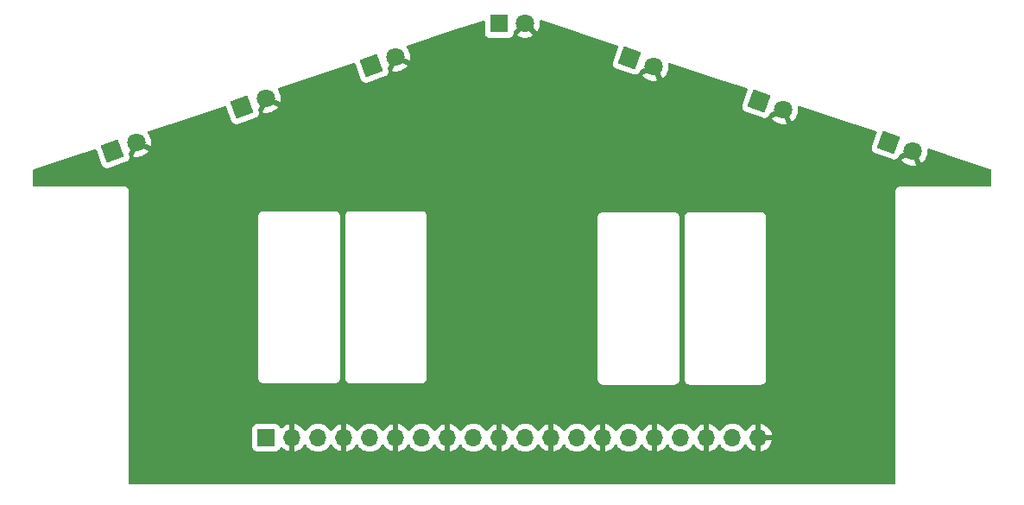
<source format=gbr>
%TF.GenerationSoftware,KiCad,Pcbnew,6.0.9+dfsg-1*%
%TF.CreationDate,2022-11-28T19:28:46-06:00*%
%TF.ProjectId,house,686f7573-652e-46b6-9963-61645f706362,A*%
%TF.SameCoordinates,Original*%
%TF.FileFunction,Copper,L1,Top*%
%TF.FilePolarity,Positive*%
%FSLAX46Y46*%
G04 Gerber Fmt 4.6, Leading zero omitted, Abs format (unit mm)*
G04 Created by KiCad (PCBNEW 6.0.9+dfsg-1) date 2022-11-28 19:28:46*
%MOMM*%
%LPD*%
G01*
G04 APERTURE LIST*
G04 Aperture macros list*
%AMRotRect*
0 Rectangle, with rotation*
0 The origin of the aperture is its center*
0 $1 length*
0 $2 width*
0 $3 Rotation angle, in degrees counterclockwise*
0 Add horizontal line*
21,1,$1,$2,0,0,$3*%
G04 Aperture macros list end*
%TA.AperFunction,ComponentPad*%
%ADD10RotRect,1.800000X1.800000X20.000000*%
%TD*%
%TA.AperFunction,ComponentPad*%
%ADD11C,1.800000*%
%TD*%
%TA.AperFunction,ComponentPad*%
%ADD12RotRect,1.800000X1.800000X340.000000*%
%TD*%
%TA.AperFunction,ComponentPad*%
%ADD13R,1.800000X1.800000*%
%TD*%
%TA.AperFunction,ComponentPad*%
%ADD14R,1.700000X1.700000*%
%TD*%
%TA.AperFunction,ComponentPad*%
%ADD15O,1.700000X1.700000*%
%TD*%
G04 APERTURE END LIST*
D10*
%TO.P,D3,1,K*%
%TO.N,GND*%
X125883181Y-60050731D03*
D11*
%TO.P,D3,2,A*%
%TO.N,ANODE*%
X128270000Y-59182000D03*
%TD*%
D12*
%TO.P,D5,1,K*%
%TO.N,GND*%
X151201892Y-59253925D03*
D11*
%TO.P,D5,2,A*%
%TO.N,ANODE*%
X153588711Y-60122656D03*
%TD*%
D12*
%TO.P,D6,1,K*%
%TO.N,GND*%
X163901892Y-63500000D03*
D11*
%TO.P,D6,2,A*%
%TO.N,ANODE*%
X166288711Y-64368731D03*
%TD*%
D10*
%TO.P,D1,1,K*%
%TO.N,GND*%
X100483181Y-68432731D03*
D11*
%TO.P,D1,2,A*%
%TO.N,ANODE*%
X102870000Y-67564000D03*
%TD*%
D10*
%TO.P,D2,1,K*%
%TO.N,GND*%
X113183181Y-64114731D03*
D11*
%TO.P,D2,2,A*%
%TO.N,ANODE*%
X115570000Y-63246000D03*
%TD*%
D13*
%TO.P,D4,1,K*%
%TO.N,GND*%
X138425000Y-55880000D03*
D11*
%TO.P,D4,2,A*%
%TO.N,ANODE*%
X140965000Y-55880000D03*
%TD*%
D12*
%TO.P,D7,1,K*%
%TO.N,GND*%
X176601892Y-67564000D03*
D11*
%TO.P,D7,2,A*%
%TO.N,ANODE*%
X178988711Y-68432731D03*
%TD*%
D14*
%TO.P,J1,1,Pin_1*%
%TO.N,GND*%
X115570000Y-96520000D03*
D15*
%TO.P,J1,2,Pin_2*%
%TO.N,ANODE*%
X118110000Y-96520000D03*
%TO.P,J1,3,Pin_3*%
%TO.N,GND*%
X120650000Y-96520000D03*
%TO.P,J1,4,Pin_4*%
%TO.N,ANODE*%
X123190000Y-96520000D03*
%TO.P,J1,5,Pin_5*%
%TO.N,GND*%
X125730000Y-96520000D03*
%TO.P,J1,6,Pin_6*%
%TO.N,ANODE*%
X128270000Y-96520000D03*
%TO.P,J1,7,Pin_7*%
%TO.N,GND*%
X130810000Y-96520000D03*
%TO.P,J1,8,Pin_8*%
%TO.N,ANODE*%
X133350000Y-96520000D03*
%TO.P,J1,9,Pin_9*%
%TO.N,GND*%
X135890000Y-96520000D03*
%TO.P,J1,10,Pin_10*%
%TO.N,ANODE*%
X138430000Y-96520000D03*
%TO.P,J1,11,Pin_11*%
%TO.N,GND*%
X140970000Y-96520000D03*
%TO.P,J1,12,Pin_12*%
%TO.N,ANODE*%
X143510000Y-96520000D03*
%TO.P,J1,13,Pin_13*%
%TO.N,GND*%
X146050000Y-96520000D03*
%TO.P,J1,14,Pin_14*%
%TO.N,ANODE*%
X148590000Y-96520000D03*
%TO.P,J1,15,Pin_15*%
%TO.N,GND*%
X151130000Y-96520000D03*
%TO.P,J1,16,Pin_16*%
%TO.N,ANODE*%
X153670000Y-96520000D03*
%TO.P,J1,17,Pin_17*%
%TO.N,GND*%
X156210000Y-96520000D03*
%TO.P,J1,18,Pin_18*%
%TO.N,ANODE*%
X158750000Y-96520000D03*
%TO.P,J1,19,Pin_19*%
%TO.N,GND*%
X161290000Y-96520000D03*
%TO.P,J1,20,Pin_20*%
%TO.N,ANODE*%
X163830000Y-96520000D03*
%TD*%
%TA.AperFunction,Conductor*%
%TO.N,ANODE*%
G36*
X142528709Y-55575581D02*
G01*
X150002005Y-58053358D01*
X150060370Y-58093782D01*
X150087614Y-58159343D01*
X150080753Y-58216049D01*
X149554054Y-59663144D01*
X149539134Y-59723886D01*
X149540533Y-59869538D01*
X149582754Y-60008941D01*
X149587659Y-60016452D01*
X149587661Y-60016455D01*
X149635911Y-60090329D01*
X149662404Y-60130892D01*
X149773080Y-60225586D01*
X149829202Y-60253201D01*
X151611111Y-60901763D01*
X151614404Y-60902572D01*
X151614411Y-60902574D01*
X151664181Y-60914799D01*
X151664185Y-60914799D01*
X151671853Y-60916683D01*
X151817505Y-60915284D01*
X151956908Y-60873063D01*
X151964419Y-60868158D01*
X151964422Y-60868156D01*
X152048470Y-60813261D01*
X152078859Y-60793413D01*
X152173553Y-60682737D01*
X152201168Y-60626615D01*
X152243462Y-60510414D01*
X152285553Y-60453248D01*
X152308610Y-60439318D01*
X153597373Y-59838359D01*
X153667565Y-59827698D01*
X153732377Y-59856678D01*
X153764818Y-59899304D01*
X153901152Y-60191672D01*
X154396574Y-61254110D01*
X154405309Y-61264031D01*
X154420039Y-61259251D01*
X154496426Y-61204765D01*
X154504286Y-61198123D01*
X154660971Y-61041985D01*
X154667648Y-61034140D01*
X154796721Y-60854515D01*
X154802032Y-60845676D01*
X154900029Y-60647393D01*
X154903828Y-60637798D01*
X154968126Y-60426173D01*
X154970305Y-60416092D01*
X154999413Y-60194994D01*
X154999932Y-60188319D01*
X155001455Y-60126020D01*
X155001261Y-60119302D01*
X154982566Y-59891905D01*
X154984333Y-59891760D01*
X154991998Y-59829005D01*
X155037339Y-59774373D01*
X155105019Y-59752927D01*
X155147348Y-59759301D01*
X160471457Y-61524513D01*
X162713496Y-62267863D01*
X162771861Y-62308287D01*
X162799105Y-62373848D01*
X162792244Y-62430554D01*
X162254054Y-63909219D01*
X162253245Y-63912512D01*
X162253243Y-63912519D01*
X162241188Y-63961599D01*
X162239134Y-63969961D01*
X162240533Y-64115613D01*
X162282754Y-64255016D01*
X162287659Y-64262527D01*
X162287661Y-64262530D01*
X162319587Y-64311411D01*
X162362404Y-64376967D01*
X162473080Y-64471661D01*
X162529202Y-64499276D01*
X164311111Y-65147838D01*
X164314404Y-65148647D01*
X164314411Y-65148649D01*
X164364181Y-65160874D01*
X164364185Y-65160874D01*
X164371853Y-65162758D01*
X164517505Y-65161359D01*
X164656908Y-65119138D01*
X164664419Y-65114233D01*
X164664422Y-65114231D01*
X164771344Y-65044396D01*
X164778859Y-65039488D01*
X164873553Y-64928812D01*
X164901168Y-64872690D01*
X164905367Y-64861155D01*
X164943460Y-64756494D01*
X164985554Y-64699322D01*
X165008611Y-64685393D01*
X166297373Y-64084434D01*
X166367565Y-64073773D01*
X166432377Y-64102753D01*
X166464818Y-64145379D01*
X166611324Y-64459561D01*
X167096574Y-65500185D01*
X167105309Y-65510106D01*
X167120039Y-65505326D01*
X167196426Y-65450840D01*
X167204286Y-65444198D01*
X167360971Y-65288060D01*
X167367648Y-65280215D01*
X167496721Y-65100590D01*
X167502032Y-65091751D01*
X167600029Y-64893468D01*
X167603828Y-64883873D01*
X167668126Y-64672248D01*
X167670305Y-64662167D01*
X167699413Y-64441069D01*
X167699932Y-64434394D01*
X167701455Y-64372095D01*
X167701261Y-64365377D01*
X167682990Y-64143131D01*
X167681307Y-64132966D01*
X167677453Y-64117622D01*
X167680258Y-64046680D01*
X167720972Y-63988518D01*
X167786667Y-63961599D01*
X167839307Y-63967330D01*
X173298982Y-65777489D01*
X175365853Y-66462762D01*
X175424218Y-66503186D01*
X175451462Y-66568747D01*
X175444601Y-66625452D01*
X174954054Y-67973219D01*
X174939134Y-68033961D01*
X174940533Y-68179613D01*
X174982754Y-68319016D01*
X174987659Y-68326527D01*
X174987661Y-68326530D01*
X175023785Y-68381838D01*
X175062404Y-68440967D01*
X175173080Y-68535661D01*
X175229202Y-68563276D01*
X177011111Y-69211838D01*
X177014404Y-69212647D01*
X177014411Y-69212649D01*
X177064181Y-69224874D01*
X177064185Y-69224874D01*
X177071853Y-69226758D01*
X177217505Y-69225359D01*
X177356908Y-69183138D01*
X177364419Y-69178233D01*
X177364422Y-69178231D01*
X177471344Y-69108396D01*
X177478859Y-69103488D01*
X177573553Y-68992812D01*
X177601168Y-68936690D01*
X177643462Y-68820489D01*
X177685553Y-68763323D01*
X177708610Y-68749393D01*
X178997373Y-68148434D01*
X179067565Y-68137773D01*
X179132377Y-68166753D01*
X179164818Y-68209379D01*
X179301152Y-68501747D01*
X179796574Y-69564185D01*
X179805309Y-69574106D01*
X179820039Y-69569326D01*
X179896426Y-69514840D01*
X179904286Y-69508198D01*
X180060971Y-69352060D01*
X180067648Y-69344215D01*
X180196721Y-69164590D01*
X180202032Y-69155751D01*
X180300029Y-68957468D01*
X180303828Y-68947873D01*
X180368126Y-68736248D01*
X180370305Y-68726167D01*
X180399413Y-68505069D01*
X180399932Y-68498394D01*
X180401455Y-68436095D01*
X180401261Y-68429377D01*
X180391760Y-68313809D01*
X180406113Y-68244278D01*
X180455779Y-68193546D01*
X180524988Y-68177718D01*
X180556983Y-68183886D01*
X183970186Y-69315536D01*
X186603153Y-70188499D01*
X186661518Y-70228923D01*
X186688762Y-70294484D01*
X186689500Y-70308097D01*
X186689500Y-71755500D01*
X186669498Y-71823621D01*
X186615842Y-71870114D01*
X186563500Y-71881500D01*
X177808623Y-71881500D01*
X177807853Y-71881498D01*
X177807037Y-71881493D01*
X177730279Y-71881024D01*
X177707918Y-71887415D01*
X177701847Y-71889150D01*
X177685085Y-71892728D01*
X177655813Y-71896920D01*
X177647645Y-71900634D01*
X177647644Y-71900634D01*
X177632438Y-71907548D01*
X177614914Y-71913996D01*
X177590229Y-71921051D01*
X177582635Y-71925843D01*
X177582632Y-71925844D01*
X177565220Y-71936830D01*
X177550137Y-71944969D01*
X177523218Y-71957208D01*
X177516416Y-71963069D01*
X177503765Y-71973970D01*
X177488761Y-71985073D01*
X177467042Y-71998776D01*
X177461103Y-72005501D01*
X177461099Y-72005504D01*
X177447468Y-72020938D01*
X177435276Y-72032982D01*
X177419673Y-72046427D01*
X177419671Y-72046430D01*
X177412873Y-72052287D01*
X177407993Y-72059816D01*
X177407992Y-72059817D01*
X177398906Y-72073835D01*
X177387615Y-72088709D01*
X177376569Y-72101217D01*
X177370622Y-72107951D01*
X177364312Y-72121391D01*
X177358058Y-72134711D01*
X177349737Y-72149691D01*
X177338529Y-72166983D01*
X177338527Y-72166988D01*
X177333648Y-72174515D01*
X177331078Y-72183108D01*
X177331076Y-72183113D01*
X177326289Y-72199120D01*
X177319628Y-72216564D01*
X177312533Y-72231676D01*
X177308719Y-72239800D01*
X177307338Y-72248667D01*
X177307338Y-72248668D01*
X177304170Y-72269015D01*
X177300387Y-72285732D01*
X177294485Y-72305466D01*
X177294484Y-72305472D01*
X177291914Y-72314066D01*
X177291859Y-72323037D01*
X177291859Y-72323038D01*
X177291704Y-72348497D01*
X177291671Y-72349289D01*
X177291500Y-72350386D01*
X177291500Y-72381377D01*
X177291498Y-72382147D01*
X177291024Y-72459721D01*
X177291408Y-72461065D01*
X177291500Y-72462410D01*
X177291500Y-100965500D01*
X177271498Y-101033621D01*
X177217842Y-101080114D01*
X177165500Y-101091500D01*
X102234500Y-101091500D01*
X102166379Y-101071498D01*
X102119886Y-101017842D01*
X102108500Y-100965500D01*
X102108500Y-97418134D01*
X114211500Y-97418134D01*
X114218255Y-97480316D01*
X114269385Y-97616705D01*
X114356739Y-97733261D01*
X114473295Y-97820615D01*
X114609684Y-97871745D01*
X114671866Y-97878500D01*
X116468134Y-97878500D01*
X116530316Y-97871745D01*
X116666705Y-97820615D01*
X116783261Y-97733261D01*
X116870615Y-97616705D01*
X116914798Y-97498848D01*
X116957440Y-97442084D01*
X117024001Y-97417384D01*
X117093350Y-97432592D01*
X117128017Y-97460580D01*
X117153218Y-97489673D01*
X117160580Y-97496883D01*
X117324434Y-97632916D01*
X117332881Y-97638831D01*
X117516756Y-97746279D01*
X117526042Y-97750729D01*
X117725001Y-97826703D01*
X117734899Y-97829579D01*
X117838250Y-97850606D01*
X117852299Y-97849410D01*
X117856000Y-97839065D01*
X117856000Y-97838517D01*
X118364000Y-97838517D01*
X118368064Y-97852359D01*
X118381478Y-97854393D01*
X118388184Y-97853534D01*
X118398262Y-97851392D01*
X118602255Y-97790191D01*
X118611842Y-97786433D01*
X118803095Y-97692739D01*
X118811945Y-97687464D01*
X118985328Y-97563792D01*
X118993200Y-97557139D01*
X119144052Y-97406812D01*
X119150730Y-97398965D01*
X119278022Y-97221819D01*
X119279279Y-97222722D01*
X119326373Y-97179362D01*
X119396311Y-97167145D01*
X119461751Y-97194678D01*
X119489579Y-97226511D01*
X119549987Y-97325088D01*
X119696250Y-97493938D01*
X119868126Y-97636632D01*
X120061000Y-97749338D01*
X120269692Y-97829030D01*
X120274760Y-97830061D01*
X120274763Y-97830062D01*
X120369862Y-97849410D01*
X120488597Y-97873567D01*
X120493772Y-97873757D01*
X120493774Y-97873757D01*
X120706673Y-97881564D01*
X120706677Y-97881564D01*
X120711837Y-97881753D01*
X120716957Y-97881097D01*
X120716959Y-97881097D01*
X120928288Y-97854025D01*
X120928289Y-97854025D01*
X120933416Y-97853368D01*
X120938366Y-97851883D01*
X121142429Y-97790661D01*
X121142434Y-97790659D01*
X121147384Y-97789174D01*
X121347994Y-97690896D01*
X121529860Y-97561173D01*
X121688096Y-97403489D01*
X121818453Y-97222077D01*
X121819640Y-97222930D01*
X121866960Y-97179362D01*
X121936897Y-97167145D01*
X122002338Y-97194678D01*
X122030166Y-97226511D01*
X122087694Y-97320388D01*
X122093777Y-97328699D01*
X122233213Y-97489667D01*
X122240580Y-97496883D01*
X122404434Y-97632916D01*
X122412881Y-97638831D01*
X122596756Y-97746279D01*
X122606042Y-97750729D01*
X122805001Y-97826703D01*
X122814899Y-97829579D01*
X122918250Y-97850606D01*
X122932299Y-97849410D01*
X122936000Y-97839065D01*
X122936000Y-97838517D01*
X123444000Y-97838517D01*
X123448064Y-97852359D01*
X123461478Y-97854393D01*
X123468184Y-97853534D01*
X123478262Y-97851392D01*
X123682255Y-97790191D01*
X123691842Y-97786433D01*
X123883095Y-97692739D01*
X123891945Y-97687464D01*
X124065328Y-97563792D01*
X124073200Y-97557139D01*
X124224052Y-97406812D01*
X124230730Y-97398965D01*
X124358022Y-97221819D01*
X124359279Y-97222722D01*
X124406373Y-97179362D01*
X124476311Y-97167145D01*
X124541751Y-97194678D01*
X124569579Y-97226511D01*
X124629987Y-97325088D01*
X124776250Y-97493938D01*
X124948126Y-97636632D01*
X125141000Y-97749338D01*
X125349692Y-97829030D01*
X125354760Y-97830061D01*
X125354763Y-97830062D01*
X125449862Y-97849410D01*
X125568597Y-97873567D01*
X125573772Y-97873757D01*
X125573774Y-97873757D01*
X125786673Y-97881564D01*
X125786677Y-97881564D01*
X125791837Y-97881753D01*
X125796957Y-97881097D01*
X125796959Y-97881097D01*
X126008288Y-97854025D01*
X126008289Y-97854025D01*
X126013416Y-97853368D01*
X126018366Y-97851883D01*
X126222429Y-97790661D01*
X126222434Y-97790659D01*
X126227384Y-97789174D01*
X126427994Y-97690896D01*
X126609860Y-97561173D01*
X126768096Y-97403489D01*
X126898453Y-97222077D01*
X126899640Y-97222930D01*
X126946960Y-97179362D01*
X127016897Y-97167145D01*
X127082338Y-97194678D01*
X127110166Y-97226511D01*
X127167694Y-97320388D01*
X127173777Y-97328699D01*
X127313213Y-97489667D01*
X127320580Y-97496883D01*
X127484434Y-97632916D01*
X127492881Y-97638831D01*
X127676756Y-97746279D01*
X127686042Y-97750729D01*
X127885001Y-97826703D01*
X127894899Y-97829579D01*
X127998250Y-97850606D01*
X128012299Y-97849410D01*
X128016000Y-97839065D01*
X128016000Y-97838517D01*
X128524000Y-97838517D01*
X128528064Y-97852359D01*
X128541478Y-97854393D01*
X128548184Y-97853534D01*
X128558262Y-97851392D01*
X128762255Y-97790191D01*
X128771842Y-97786433D01*
X128963095Y-97692739D01*
X128971945Y-97687464D01*
X129145328Y-97563792D01*
X129153200Y-97557139D01*
X129304052Y-97406812D01*
X129310730Y-97398965D01*
X129438022Y-97221819D01*
X129439279Y-97222722D01*
X129486373Y-97179362D01*
X129556311Y-97167145D01*
X129621751Y-97194678D01*
X129649579Y-97226511D01*
X129709987Y-97325088D01*
X129856250Y-97493938D01*
X130028126Y-97636632D01*
X130221000Y-97749338D01*
X130429692Y-97829030D01*
X130434760Y-97830061D01*
X130434763Y-97830062D01*
X130529862Y-97849410D01*
X130648597Y-97873567D01*
X130653772Y-97873757D01*
X130653774Y-97873757D01*
X130866673Y-97881564D01*
X130866677Y-97881564D01*
X130871837Y-97881753D01*
X130876957Y-97881097D01*
X130876959Y-97881097D01*
X131088288Y-97854025D01*
X131088289Y-97854025D01*
X131093416Y-97853368D01*
X131098366Y-97851883D01*
X131302429Y-97790661D01*
X131302434Y-97790659D01*
X131307384Y-97789174D01*
X131507994Y-97690896D01*
X131689860Y-97561173D01*
X131848096Y-97403489D01*
X131978453Y-97222077D01*
X131979640Y-97222930D01*
X132026960Y-97179362D01*
X132096897Y-97167145D01*
X132162338Y-97194678D01*
X132190166Y-97226511D01*
X132247694Y-97320388D01*
X132253777Y-97328699D01*
X132393213Y-97489667D01*
X132400580Y-97496883D01*
X132564434Y-97632916D01*
X132572881Y-97638831D01*
X132756756Y-97746279D01*
X132766042Y-97750729D01*
X132965001Y-97826703D01*
X132974899Y-97829579D01*
X133078250Y-97850606D01*
X133092299Y-97849410D01*
X133096000Y-97839065D01*
X133096000Y-97838517D01*
X133604000Y-97838517D01*
X133608064Y-97852359D01*
X133621478Y-97854393D01*
X133628184Y-97853534D01*
X133638262Y-97851392D01*
X133842255Y-97790191D01*
X133851842Y-97786433D01*
X134043095Y-97692739D01*
X134051945Y-97687464D01*
X134225328Y-97563792D01*
X134233200Y-97557139D01*
X134384052Y-97406812D01*
X134390730Y-97398965D01*
X134518022Y-97221819D01*
X134519279Y-97222722D01*
X134566373Y-97179362D01*
X134636311Y-97167145D01*
X134701751Y-97194678D01*
X134729579Y-97226511D01*
X134789987Y-97325088D01*
X134936250Y-97493938D01*
X135108126Y-97636632D01*
X135301000Y-97749338D01*
X135509692Y-97829030D01*
X135514760Y-97830061D01*
X135514763Y-97830062D01*
X135609862Y-97849410D01*
X135728597Y-97873567D01*
X135733772Y-97873757D01*
X135733774Y-97873757D01*
X135946673Y-97881564D01*
X135946677Y-97881564D01*
X135951837Y-97881753D01*
X135956957Y-97881097D01*
X135956959Y-97881097D01*
X136168288Y-97854025D01*
X136168289Y-97854025D01*
X136173416Y-97853368D01*
X136178366Y-97851883D01*
X136382429Y-97790661D01*
X136382434Y-97790659D01*
X136387384Y-97789174D01*
X136587994Y-97690896D01*
X136769860Y-97561173D01*
X136928096Y-97403489D01*
X137058453Y-97222077D01*
X137059640Y-97222930D01*
X137106960Y-97179362D01*
X137176897Y-97167145D01*
X137242338Y-97194678D01*
X137270166Y-97226511D01*
X137327694Y-97320388D01*
X137333777Y-97328699D01*
X137473213Y-97489667D01*
X137480580Y-97496883D01*
X137644434Y-97632916D01*
X137652881Y-97638831D01*
X137836756Y-97746279D01*
X137846042Y-97750729D01*
X138045001Y-97826703D01*
X138054899Y-97829579D01*
X138158250Y-97850606D01*
X138172299Y-97849410D01*
X138176000Y-97839065D01*
X138176000Y-97838517D01*
X138684000Y-97838517D01*
X138688064Y-97852359D01*
X138701478Y-97854393D01*
X138708184Y-97853534D01*
X138718262Y-97851392D01*
X138922255Y-97790191D01*
X138931842Y-97786433D01*
X139123095Y-97692739D01*
X139131945Y-97687464D01*
X139305328Y-97563792D01*
X139313200Y-97557139D01*
X139464052Y-97406812D01*
X139470730Y-97398965D01*
X139598022Y-97221819D01*
X139599279Y-97222722D01*
X139646373Y-97179362D01*
X139716311Y-97167145D01*
X139781751Y-97194678D01*
X139809579Y-97226511D01*
X139869987Y-97325088D01*
X140016250Y-97493938D01*
X140188126Y-97636632D01*
X140381000Y-97749338D01*
X140589692Y-97829030D01*
X140594760Y-97830061D01*
X140594763Y-97830062D01*
X140689862Y-97849410D01*
X140808597Y-97873567D01*
X140813772Y-97873757D01*
X140813774Y-97873757D01*
X141026673Y-97881564D01*
X141026677Y-97881564D01*
X141031837Y-97881753D01*
X141036957Y-97881097D01*
X141036959Y-97881097D01*
X141248288Y-97854025D01*
X141248289Y-97854025D01*
X141253416Y-97853368D01*
X141258366Y-97851883D01*
X141462429Y-97790661D01*
X141462434Y-97790659D01*
X141467384Y-97789174D01*
X141667994Y-97690896D01*
X141849860Y-97561173D01*
X142008096Y-97403489D01*
X142138453Y-97222077D01*
X142139640Y-97222930D01*
X142186960Y-97179362D01*
X142256897Y-97167145D01*
X142322338Y-97194678D01*
X142350166Y-97226511D01*
X142407694Y-97320388D01*
X142413777Y-97328699D01*
X142553213Y-97489667D01*
X142560580Y-97496883D01*
X142724434Y-97632916D01*
X142732881Y-97638831D01*
X142916756Y-97746279D01*
X142926042Y-97750729D01*
X143125001Y-97826703D01*
X143134899Y-97829579D01*
X143238250Y-97850606D01*
X143252299Y-97849410D01*
X143256000Y-97839065D01*
X143256000Y-97838517D01*
X143764000Y-97838517D01*
X143768064Y-97852359D01*
X143781478Y-97854393D01*
X143788184Y-97853534D01*
X143798262Y-97851392D01*
X144002255Y-97790191D01*
X144011842Y-97786433D01*
X144203095Y-97692739D01*
X144211945Y-97687464D01*
X144385328Y-97563792D01*
X144393200Y-97557139D01*
X144544052Y-97406812D01*
X144550730Y-97398965D01*
X144678022Y-97221819D01*
X144679279Y-97222722D01*
X144726373Y-97179362D01*
X144796311Y-97167145D01*
X144861751Y-97194678D01*
X144889579Y-97226511D01*
X144949987Y-97325088D01*
X145096250Y-97493938D01*
X145268126Y-97636632D01*
X145461000Y-97749338D01*
X145669692Y-97829030D01*
X145674760Y-97830061D01*
X145674763Y-97830062D01*
X145769862Y-97849410D01*
X145888597Y-97873567D01*
X145893772Y-97873757D01*
X145893774Y-97873757D01*
X146106673Y-97881564D01*
X146106677Y-97881564D01*
X146111837Y-97881753D01*
X146116957Y-97881097D01*
X146116959Y-97881097D01*
X146328288Y-97854025D01*
X146328289Y-97854025D01*
X146333416Y-97853368D01*
X146338366Y-97851883D01*
X146542429Y-97790661D01*
X146542434Y-97790659D01*
X146547384Y-97789174D01*
X146747994Y-97690896D01*
X146929860Y-97561173D01*
X147088096Y-97403489D01*
X147218453Y-97222077D01*
X147219640Y-97222930D01*
X147266960Y-97179362D01*
X147336897Y-97167145D01*
X147402338Y-97194678D01*
X147430166Y-97226511D01*
X147487694Y-97320388D01*
X147493777Y-97328699D01*
X147633213Y-97489667D01*
X147640580Y-97496883D01*
X147804434Y-97632916D01*
X147812881Y-97638831D01*
X147996756Y-97746279D01*
X148006042Y-97750729D01*
X148205001Y-97826703D01*
X148214899Y-97829579D01*
X148318250Y-97850606D01*
X148332299Y-97849410D01*
X148336000Y-97839065D01*
X148336000Y-97838517D01*
X148844000Y-97838517D01*
X148848064Y-97852359D01*
X148861478Y-97854393D01*
X148868184Y-97853534D01*
X148878262Y-97851392D01*
X149082255Y-97790191D01*
X149091842Y-97786433D01*
X149283095Y-97692739D01*
X149291945Y-97687464D01*
X149465328Y-97563792D01*
X149473200Y-97557139D01*
X149624052Y-97406812D01*
X149630730Y-97398965D01*
X149758022Y-97221819D01*
X149759279Y-97222722D01*
X149806373Y-97179362D01*
X149876311Y-97167145D01*
X149941751Y-97194678D01*
X149969579Y-97226511D01*
X150029987Y-97325088D01*
X150176250Y-97493938D01*
X150348126Y-97636632D01*
X150541000Y-97749338D01*
X150749692Y-97829030D01*
X150754760Y-97830061D01*
X150754763Y-97830062D01*
X150849862Y-97849410D01*
X150968597Y-97873567D01*
X150973772Y-97873757D01*
X150973774Y-97873757D01*
X151186673Y-97881564D01*
X151186677Y-97881564D01*
X151191837Y-97881753D01*
X151196957Y-97881097D01*
X151196959Y-97881097D01*
X151408288Y-97854025D01*
X151408289Y-97854025D01*
X151413416Y-97853368D01*
X151418366Y-97851883D01*
X151622429Y-97790661D01*
X151622434Y-97790659D01*
X151627384Y-97789174D01*
X151827994Y-97690896D01*
X152009860Y-97561173D01*
X152168096Y-97403489D01*
X152298453Y-97222077D01*
X152299640Y-97222930D01*
X152346960Y-97179362D01*
X152416897Y-97167145D01*
X152482338Y-97194678D01*
X152510166Y-97226511D01*
X152567694Y-97320388D01*
X152573777Y-97328699D01*
X152713213Y-97489667D01*
X152720580Y-97496883D01*
X152884434Y-97632916D01*
X152892881Y-97638831D01*
X153076756Y-97746279D01*
X153086042Y-97750729D01*
X153285001Y-97826703D01*
X153294899Y-97829579D01*
X153398250Y-97850606D01*
X153412299Y-97849410D01*
X153416000Y-97839065D01*
X153416000Y-97838517D01*
X153924000Y-97838517D01*
X153928064Y-97852359D01*
X153941478Y-97854393D01*
X153948184Y-97853534D01*
X153958262Y-97851392D01*
X154162255Y-97790191D01*
X154171842Y-97786433D01*
X154363095Y-97692739D01*
X154371945Y-97687464D01*
X154545328Y-97563792D01*
X154553200Y-97557139D01*
X154704052Y-97406812D01*
X154710730Y-97398965D01*
X154838022Y-97221819D01*
X154839279Y-97222722D01*
X154886373Y-97179362D01*
X154956311Y-97167145D01*
X155021751Y-97194678D01*
X155049579Y-97226511D01*
X155109987Y-97325088D01*
X155256250Y-97493938D01*
X155428126Y-97636632D01*
X155621000Y-97749338D01*
X155829692Y-97829030D01*
X155834760Y-97830061D01*
X155834763Y-97830062D01*
X155929862Y-97849410D01*
X156048597Y-97873567D01*
X156053772Y-97873757D01*
X156053774Y-97873757D01*
X156266673Y-97881564D01*
X156266677Y-97881564D01*
X156271837Y-97881753D01*
X156276957Y-97881097D01*
X156276959Y-97881097D01*
X156488288Y-97854025D01*
X156488289Y-97854025D01*
X156493416Y-97853368D01*
X156498366Y-97851883D01*
X156702429Y-97790661D01*
X156702434Y-97790659D01*
X156707384Y-97789174D01*
X156907994Y-97690896D01*
X157089860Y-97561173D01*
X157248096Y-97403489D01*
X157378453Y-97222077D01*
X157379640Y-97222930D01*
X157426960Y-97179362D01*
X157496897Y-97167145D01*
X157562338Y-97194678D01*
X157590166Y-97226511D01*
X157647694Y-97320388D01*
X157653777Y-97328699D01*
X157793213Y-97489667D01*
X157800580Y-97496883D01*
X157964434Y-97632916D01*
X157972881Y-97638831D01*
X158156756Y-97746279D01*
X158166042Y-97750729D01*
X158365001Y-97826703D01*
X158374899Y-97829579D01*
X158478250Y-97850606D01*
X158492299Y-97849410D01*
X158496000Y-97839065D01*
X158496000Y-97838517D01*
X159004000Y-97838517D01*
X159008064Y-97852359D01*
X159021478Y-97854393D01*
X159028184Y-97853534D01*
X159038262Y-97851392D01*
X159242255Y-97790191D01*
X159251842Y-97786433D01*
X159443095Y-97692739D01*
X159451945Y-97687464D01*
X159625328Y-97563792D01*
X159633200Y-97557139D01*
X159784052Y-97406812D01*
X159790730Y-97398965D01*
X159918022Y-97221819D01*
X159919279Y-97222722D01*
X159966373Y-97179362D01*
X160036311Y-97167145D01*
X160101751Y-97194678D01*
X160129579Y-97226511D01*
X160189987Y-97325088D01*
X160336250Y-97493938D01*
X160508126Y-97636632D01*
X160701000Y-97749338D01*
X160909692Y-97829030D01*
X160914760Y-97830061D01*
X160914763Y-97830062D01*
X161009862Y-97849410D01*
X161128597Y-97873567D01*
X161133772Y-97873757D01*
X161133774Y-97873757D01*
X161346673Y-97881564D01*
X161346677Y-97881564D01*
X161351837Y-97881753D01*
X161356957Y-97881097D01*
X161356959Y-97881097D01*
X161568288Y-97854025D01*
X161568289Y-97854025D01*
X161573416Y-97853368D01*
X161578366Y-97851883D01*
X161782429Y-97790661D01*
X161782434Y-97790659D01*
X161787384Y-97789174D01*
X161987994Y-97690896D01*
X162169860Y-97561173D01*
X162328096Y-97403489D01*
X162458453Y-97222077D01*
X162459640Y-97222930D01*
X162506960Y-97179362D01*
X162576897Y-97167145D01*
X162642338Y-97194678D01*
X162670166Y-97226511D01*
X162727694Y-97320388D01*
X162733777Y-97328699D01*
X162873213Y-97489667D01*
X162880580Y-97496883D01*
X163044434Y-97632916D01*
X163052881Y-97638831D01*
X163236756Y-97746279D01*
X163246042Y-97750729D01*
X163445001Y-97826703D01*
X163454899Y-97829579D01*
X163558250Y-97850606D01*
X163572299Y-97849410D01*
X163576000Y-97839065D01*
X163576000Y-97838517D01*
X164084000Y-97838517D01*
X164088064Y-97852359D01*
X164101478Y-97854393D01*
X164108184Y-97853534D01*
X164118262Y-97851392D01*
X164322255Y-97790191D01*
X164331842Y-97786433D01*
X164523095Y-97692739D01*
X164531945Y-97687464D01*
X164705328Y-97563792D01*
X164713200Y-97557139D01*
X164864052Y-97406812D01*
X164870730Y-97398965D01*
X164995003Y-97226020D01*
X165000313Y-97217183D01*
X165094670Y-97026267D01*
X165098469Y-97016672D01*
X165160377Y-96812910D01*
X165162555Y-96802837D01*
X165163986Y-96791962D01*
X165161775Y-96777778D01*
X165148617Y-96774000D01*
X164102115Y-96774000D01*
X164086876Y-96778475D01*
X164085671Y-96779865D01*
X164084000Y-96787548D01*
X164084000Y-97838517D01*
X163576000Y-97838517D01*
X163576000Y-96247885D01*
X164084000Y-96247885D01*
X164088475Y-96263124D01*
X164089865Y-96264329D01*
X164097548Y-96266000D01*
X165148344Y-96266000D01*
X165161875Y-96262027D01*
X165163180Y-96252947D01*
X165121214Y-96085875D01*
X165117894Y-96076124D01*
X165032972Y-95880814D01*
X165028105Y-95871739D01*
X164912426Y-95692926D01*
X164906136Y-95684757D01*
X164762806Y-95527240D01*
X164755273Y-95520215D01*
X164588139Y-95388222D01*
X164579552Y-95382517D01*
X164393117Y-95279599D01*
X164383705Y-95275369D01*
X164182959Y-95204280D01*
X164172988Y-95201646D01*
X164101837Y-95188972D01*
X164088540Y-95190432D01*
X164084000Y-95204989D01*
X164084000Y-96247885D01*
X163576000Y-96247885D01*
X163576000Y-95203102D01*
X163572082Y-95189758D01*
X163557806Y-95187771D01*
X163519324Y-95193660D01*
X163509288Y-95196051D01*
X163306868Y-95262212D01*
X163297359Y-95266209D01*
X163108463Y-95364542D01*
X163099738Y-95370036D01*
X162929433Y-95497905D01*
X162921726Y-95504748D01*
X162774590Y-95658717D01*
X162768109Y-95666722D01*
X162663498Y-95820074D01*
X162608587Y-95865076D01*
X162538062Y-95873247D01*
X162474315Y-95841993D01*
X162453618Y-95817509D01*
X162372822Y-95692617D01*
X162372820Y-95692614D01*
X162370014Y-95688277D01*
X162219670Y-95523051D01*
X162215619Y-95519852D01*
X162215615Y-95519848D01*
X162048414Y-95387800D01*
X162048410Y-95387798D01*
X162044359Y-95384598D01*
X162008028Y-95364542D01*
X161992136Y-95355769D01*
X161848789Y-95276638D01*
X161843920Y-95274914D01*
X161843916Y-95274912D01*
X161643087Y-95203795D01*
X161643083Y-95203794D01*
X161638212Y-95202069D01*
X161633119Y-95201162D01*
X161633116Y-95201161D01*
X161423373Y-95163800D01*
X161423367Y-95163799D01*
X161418284Y-95162894D01*
X161344452Y-95161992D01*
X161200081Y-95160228D01*
X161200079Y-95160228D01*
X161194911Y-95160165D01*
X160974091Y-95193955D01*
X160761756Y-95263357D01*
X160563607Y-95366507D01*
X160559474Y-95369610D01*
X160559471Y-95369612D01*
X160389100Y-95497530D01*
X160384965Y-95500635D01*
X160230629Y-95662138D01*
X160227715Y-95666410D01*
X160227714Y-95666411D01*
X160122898Y-95820066D01*
X160067987Y-95865069D01*
X159997462Y-95873240D01*
X159933715Y-95841986D01*
X159913018Y-95817502D01*
X159832426Y-95692926D01*
X159826136Y-95684757D01*
X159682806Y-95527240D01*
X159675273Y-95520215D01*
X159508139Y-95388222D01*
X159499552Y-95382517D01*
X159313117Y-95279599D01*
X159303705Y-95275369D01*
X159102959Y-95204280D01*
X159092988Y-95201646D01*
X159021837Y-95188972D01*
X159008540Y-95190432D01*
X159004000Y-95204989D01*
X159004000Y-97838517D01*
X158496000Y-97838517D01*
X158496000Y-95203102D01*
X158492082Y-95189758D01*
X158477806Y-95187771D01*
X158439324Y-95193660D01*
X158429288Y-95196051D01*
X158226868Y-95262212D01*
X158217359Y-95266209D01*
X158028463Y-95364542D01*
X158019738Y-95370036D01*
X157849433Y-95497905D01*
X157841726Y-95504748D01*
X157694590Y-95658717D01*
X157688109Y-95666722D01*
X157583498Y-95820074D01*
X157528587Y-95865076D01*
X157458062Y-95873247D01*
X157394315Y-95841993D01*
X157373618Y-95817509D01*
X157292822Y-95692617D01*
X157292820Y-95692614D01*
X157290014Y-95688277D01*
X157139670Y-95523051D01*
X157135619Y-95519852D01*
X157135615Y-95519848D01*
X156968414Y-95387800D01*
X156968410Y-95387798D01*
X156964359Y-95384598D01*
X156928028Y-95364542D01*
X156912136Y-95355769D01*
X156768789Y-95276638D01*
X156763920Y-95274914D01*
X156763916Y-95274912D01*
X156563087Y-95203795D01*
X156563083Y-95203794D01*
X156558212Y-95202069D01*
X156553119Y-95201162D01*
X156553116Y-95201161D01*
X156343373Y-95163800D01*
X156343367Y-95163799D01*
X156338284Y-95162894D01*
X156264452Y-95161992D01*
X156120081Y-95160228D01*
X156120079Y-95160228D01*
X156114911Y-95160165D01*
X155894091Y-95193955D01*
X155681756Y-95263357D01*
X155483607Y-95366507D01*
X155479474Y-95369610D01*
X155479471Y-95369612D01*
X155309100Y-95497530D01*
X155304965Y-95500635D01*
X155150629Y-95662138D01*
X155147715Y-95666410D01*
X155147714Y-95666411D01*
X155042898Y-95820066D01*
X154987987Y-95865069D01*
X154917462Y-95873240D01*
X154853715Y-95841986D01*
X154833018Y-95817502D01*
X154752426Y-95692926D01*
X154746136Y-95684757D01*
X154602806Y-95527240D01*
X154595273Y-95520215D01*
X154428139Y-95388222D01*
X154419552Y-95382517D01*
X154233117Y-95279599D01*
X154223705Y-95275369D01*
X154022959Y-95204280D01*
X154012988Y-95201646D01*
X153941837Y-95188972D01*
X153928540Y-95190432D01*
X153924000Y-95204989D01*
X153924000Y-97838517D01*
X153416000Y-97838517D01*
X153416000Y-95203102D01*
X153412082Y-95189758D01*
X153397806Y-95187771D01*
X153359324Y-95193660D01*
X153349288Y-95196051D01*
X153146868Y-95262212D01*
X153137359Y-95266209D01*
X152948463Y-95364542D01*
X152939738Y-95370036D01*
X152769433Y-95497905D01*
X152761726Y-95504748D01*
X152614590Y-95658717D01*
X152608109Y-95666722D01*
X152503498Y-95820074D01*
X152448587Y-95865076D01*
X152378062Y-95873247D01*
X152314315Y-95841993D01*
X152293618Y-95817509D01*
X152212822Y-95692617D01*
X152212820Y-95692614D01*
X152210014Y-95688277D01*
X152059670Y-95523051D01*
X152055619Y-95519852D01*
X152055615Y-95519848D01*
X151888414Y-95387800D01*
X151888410Y-95387798D01*
X151884359Y-95384598D01*
X151848028Y-95364542D01*
X151832136Y-95355769D01*
X151688789Y-95276638D01*
X151683920Y-95274914D01*
X151683916Y-95274912D01*
X151483087Y-95203795D01*
X151483083Y-95203794D01*
X151478212Y-95202069D01*
X151473119Y-95201162D01*
X151473116Y-95201161D01*
X151263373Y-95163800D01*
X151263367Y-95163799D01*
X151258284Y-95162894D01*
X151184452Y-95161992D01*
X151040081Y-95160228D01*
X151040079Y-95160228D01*
X151034911Y-95160165D01*
X150814091Y-95193955D01*
X150601756Y-95263357D01*
X150403607Y-95366507D01*
X150399474Y-95369610D01*
X150399471Y-95369612D01*
X150229100Y-95497530D01*
X150224965Y-95500635D01*
X150070629Y-95662138D01*
X150067715Y-95666410D01*
X150067714Y-95666411D01*
X149962898Y-95820066D01*
X149907987Y-95865069D01*
X149837462Y-95873240D01*
X149773715Y-95841986D01*
X149753018Y-95817502D01*
X149672426Y-95692926D01*
X149666136Y-95684757D01*
X149522806Y-95527240D01*
X149515273Y-95520215D01*
X149348139Y-95388222D01*
X149339552Y-95382517D01*
X149153117Y-95279599D01*
X149143705Y-95275369D01*
X148942959Y-95204280D01*
X148932988Y-95201646D01*
X148861837Y-95188972D01*
X148848540Y-95190432D01*
X148844000Y-95204989D01*
X148844000Y-97838517D01*
X148336000Y-97838517D01*
X148336000Y-95203102D01*
X148332082Y-95189758D01*
X148317806Y-95187771D01*
X148279324Y-95193660D01*
X148269288Y-95196051D01*
X148066868Y-95262212D01*
X148057359Y-95266209D01*
X147868463Y-95364542D01*
X147859738Y-95370036D01*
X147689433Y-95497905D01*
X147681726Y-95504748D01*
X147534590Y-95658717D01*
X147528109Y-95666722D01*
X147423498Y-95820074D01*
X147368587Y-95865076D01*
X147298062Y-95873247D01*
X147234315Y-95841993D01*
X147213618Y-95817509D01*
X147132822Y-95692617D01*
X147132820Y-95692614D01*
X147130014Y-95688277D01*
X146979670Y-95523051D01*
X146975619Y-95519852D01*
X146975615Y-95519848D01*
X146808414Y-95387800D01*
X146808410Y-95387798D01*
X146804359Y-95384598D01*
X146768028Y-95364542D01*
X146752136Y-95355769D01*
X146608789Y-95276638D01*
X146603920Y-95274914D01*
X146603916Y-95274912D01*
X146403087Y-95203795D01*
X146403083Y-95203794D01*
X146398212Y-95202069D01*
X146393119Y-95201162D01*
X146393116Y-95201161D01*
X146183373Y-95163800D01*
X146183367Y-95163799D01*
X146178284Y-95162894D01*
X146104452Y-95161992D01*
X145960081Y-95160228D01*
X145960079Y-95160228D01*
X145954911Y-95160165D01*
X145734091Y-95193955D01*
X145521756Y-95263357D01*
X145323607Y-95366507D01*
X145319474Y-95369610D01*
X145319471Y-95369612D01*
X145149100Y-95497530D01*
X145144965Y-95500635D01*
X144990629Y-95662138D01*
X144987715Y-95666410D01*
X144987714Y-95666411D01*
X144882898Y-95820066D01*
X144827987Y-95865069D01*
X144757462Y-95873240D01*
X144693715Y-95841986D01*
X144673018Y-95817502D01*
X144592426Y-95692926D01*
X144586136Y-95684757D01*
X144442806Y-95527240D01*
X144435273Y-95520215D01*
X144268139Y-95388222D01*
X144259552Y-95382517D01*
X144073117Y-95279599D01*
X144063705Y-95275369D01*
X143862959Y-95204280D01*
X143852988Y-95201646D01*
X143781837Y-95188972D01*
X143768540Y-95190432D01*
X143764000Y-95204989D01*
X143764000Y-97838517D01*
X143256000Y-97838517D01*
X143256000Y-95203102D01*
X143252082Y-95189758D01*
X143237806Y-95187771D01*
X143199324Y-95193660D01*
X143189288Y-95196051D01*
X142986868Y-95262212D01*
X142977359Y-95266209D01*
X142788463Y-95364542D01*
X142779738Y-95370036D01*
X142609433Y-95497905D01*
X142601726Y-95504748D01*
X142454590Y-95658717D01*
X142448109Y-95666722D01*
X142343498Y-95820074D01*
X142288587Y-95865076D01*
X142218062Y-95873247D01*
X142154315Y-95841993D01*
X142133618Y-95817509D01*
X142052822Y-95692617D01*
X142052820Y-95692614D01*
X142050014Y-95688277D01*
X141899670Y-95523051D01*
X141895619Y-95519852D01*
X141895615Y-95519848D01*
X141728414Y-95387800D01*
X141728410Y-95387798D01*
X141724359Y-95384598D01*
X141688028Y-95364542D01*
X141672136Y-95355769D01*
X141528789Y-95276638D01*
X141523920Y-95274914D01*
X141523916Y-95274912D01*
X141323087Y-95203795D01*
X141323083Y-95203794D01*
X141318212Y-95202069D01*
X141313119Y-95201162D01*
X141313116Y-95201161D01*
X141103373Y-95163800D01*
X141103367Y-95163799D01*
X141098284Y-95162894D01*
X141024452Y-95161992D01*
X140880081Y-95160228D01*
X140880079Y-95160228D01*
X140874911Y-95160165D01*
X140654091Y-95193955D01*
X140441756Y-95263357D01*
X140243607Y-95366507D01*
X140239474Y-95369610D01*
X140239471Y-95369612D01*
X140069100Y-95497530D01*
X140064965Y-95500635D01*
X139910629Y-95662138D01*
X139907715Y-95666410D01*
X139907714Y-95666411D01*
X139802898Y-95820066D01*
X139747987Y-95865069D01*
X139677462Y-95873240D01*
X139613715Y-95841986D01*
X139593018Y-95817502D01*
X139512426Y-95692926D01*
X139506136Y-95684757D01*
X139362806Y-95527240D01*
X139355273Y-95520215D01*
X139188139Y-95388222D01*
X139179552Y-95382517D01*
X138993117Y-95279599D01*
X138983705Y-95275369D01*
X138782959Y-95204280D01*
X138772988Y-95201646D01*
X138701837Y-95188972D01*
X138688540Y-95190432D01*
X138684000Y-95204989D01*
X138684000Y-97838517D01*
X138176000Y-97838517D01*
X138176000Y-95203102D01*
X138172082Y-95189758D01*
X138157806Y-95187771D01*
X138119324Y-95193660D01*
X138109288Y-95196051D01*
X137906868Y-95262212D01*
X137897359Y-95266209D01*
X137708463Y-95364542D01*
X137699738Y-95370036D01*
X137529433Y-95497905D01*
X137521726Y-95504748D01*
X137374590Y-95658717D01*
X137368109Y-95666722D01*
X137263498Y-95820074D01*
X137208587Y-95865076D01*
X137138062Y-95873247D01*
X137074315Y-95841993D01*
X137053618Y-95817509D01*
X136972822Y-95692617D01*
X136972820Y-95692614D01*
X136970014Y-95688277D01*
X136819670Y-95523051D01*
X136815619Y-95519852D01*
X136815615Y-95519848D01*
X136648414Y-95387800D01*
X136648410Y-95387798D01*
X136644359Y-95384598D01*
X136608028Y-95364542D01*
X136592136Y-95355769D01*
X136448789Y-95276638D01*
X136443920Y-95274914D01*
X136443916Y-95274912D01*
X136243087Y-95203795D01*
X136243083Y-95203794D01*
X136238212Y-95202069D01*
X136233119Y-95201162D01*
X136233116Y-95201161D01*
X136023373Y-95163800D01*
X136023367Y-95163799D01*
X136018284Y-95162894D01*
X135944452Y-95161992D01*
X135800081Y-95160228D01*
X135800079Y-95160228D01*
X135794911Y-95160165D01*
X135574091Y-95193955D01*
X135361756Y-95263357D01*
X135163607Y-95366507D01*
X135159474Y-95369610D01*
X135159471Y-95369612D01*
X134989100Y-95497530D01*
X134984965Y-95500635D01*
X134830629Y-95662138D01*
X134827715Y-95666410D01*
X134827714Y-95666411D01*
X134722898Y-95820066D01*
X134667987Y-95865069D01*
X134597462Y-95873240D01*
X134533715Y-95841986D01*
X134513018Y-95817502D01*
X134432426Y-95692926D01*
X134426136Y-95684757D01*
X134282806Y-95527240D01*
X134275273Y-95520215D01*
X134108139Y-95388222D01*
X134099552Y-95382517D01*
X133913117Y-95279599D01*
X133903705Y-95275369D01*
X133702959Y-95204280D01*
X133692988Y-95201646D01*
X133621837Y-95188972D01*
X133608540Y-95190432D01*
X133604000Y-95204989D01*
X133604000Y-97838517D01*
X133096000Y-97838517D01*
X133096000Y-95203102D01*
X133092082Y-95189758D01*
X133077806Y-95187771D01*
X133039324Y-95193660D01*
X133029288Y-95196051D01*
X132826868Y-95262212D01*
X132817359Y-95266209D01*
X132628463Y-95364542D01*
X132619738Y-95370036D01*
X132449433Y-95497905D01*
X132441726Y-95504748D01*
X132294590Y-95658717D01*
X132288109Y-95666722D01*
X132183498Y-95820074D01*
X132128587Y-95865076D01*
X132058062Y-95873247D01*
X131994315Y-95841993D01*
X131973618Y-95817509D01*
X131892822Y-95692617D01*
X131892820Y-95692614D01*
X131890014Y-95688277D01*
X131739670Y-95523051D01*
X131735619Y-95519852D01*
X131735615Y-95519848D01*
X131568414Y-95387800D01*
X131568410Y-95387798D01*
X131564359Y-95384598D01*
X131528028Y-95364542D01*
X131512136Y-95355769D01*
X131368789Y-95276638D01*
X131363920Y-95274914D01*
X131363916Y-95274912D01*
X131163087Y-95203795D01*
X131163083Y-95203794D01*
X131158212Y-95202069D01*
X131153119Y-95201162D01*
X131153116Y-95201161D01*
X130943373Y-95163800D01*
X130943367Y-95163799D01*
X130938284Y-95162894D01*
X130864452Y-95161992D01*
X130720081Y-95160228D01*
X130720079Y-95160228D01*
X130714911Y-95160165D01*
X130494091Y-95193955D01*
X130281756Y-95263357D01*
X130083607Y-95366507D01*
X130079474Y-95369610D01*
X130079471Y-95369612D01*
X129909100Y-95497530D01*
X129904965Y-95500635D01*
X129750629Y-95662138D01*
X129747715Y-95666410D01*
X129747714Y-95666411D01*
X129642898Y-95820066D01*
X129587987Y-95865069D01*
X129517462Y-95873240D01*
X129453715Y-95841986D01*
X129433018Y-95817502D01*
X129352426Y-95692926D01*
X129346136Y-95684757D01*
X129202806Y-95527240D01*
X129195273Y-95520215D01*
X129028139Y-95388222D01*
X129019552Y-95382517D01*
X128833117Y-95279599D01*
X128823705Y-95275369D01*
X128622959Y-95204280D01*
X128612988Y-95201646D01*
X128541837Y-95188972D01*
X128528540Y-95190432D01*
X128524000Y-95204989D01*
X128524000Y-97838517D01*
X128016000Y-97838517D01*
X128016000Y-95203102D01*
X128012082Y-95189758D01*
X127997806Y-95187771D01*
X127959324Y-95193660D01*
X127949288Y-95196051D01*
X127746868Y-95262212D01*
X127737359Y-95266209D01*
X127548463Y-95364542D01*
X127539738Y-95370036D01*
X127369433Y-95497905D01*
X127361726Y-95504748D01*
X127214590Y-95658717D01*
X127208109Y-95666722D01*
X127103498Y-95820074D01*
X127048587Y-95865076D01*
X126978062Y-95873247D01*
X126914315Y-95841993D01*
X126893618Y-95817509D01*
X126812822Y-95692617D01*
X126812820Y-95692614D01*
X126810014Y-95688277D01*
X126659670Y-95523051D01*
X126655619Y-95519852D01*
X126655615Y-95519848D01*
X126488414Y-95387800D01*
X126488410Y-95387798D01*
X126484359Y-95384598D01*
X126448028Y-95364542D01*
X126432136Y-95355769D01*
X126288789Y-95276638D01*
X126283920Y-95274914D01*
X126283916Y-95274912D01*
X126083087Y-95203795D01*
X126083083Y-95203794D01*
X126078212Y-95202069D01*
X126073119Y-95201162D01*
X126073116Y-95201161D01*
X125863373Y-95163800D01*
X125863367Y-95163799D01*
X125858284Y-95162894D01*
X125784452Y-95161992D01*
X125640081Y-95160228D01*
X125640079Y-95160228D01*
X125634911Y-95160165D01*
X125414091Y-95193955D01*
X125201756Y-95263357D01*
X125003607Y-95366507D01*
X124999474Y-95369610D01*
X124999471Y-95369612D01*
X124829100Y-95497530D01*
X124824965Y-95500635D01*
X124670629Y-95662138D01*
X124667715Y-95666410D01*
X124667714Y-95666411D01*
X124562898Y-95820066D01*
X124507987Y-95865069D01*
X124437462Y-95873240D01*
X124373715Y-95841986D01*
X124353018Y-95817502D01*
X124272426Y-95692926D01*
X124266136Y-95684757D01*
X124122806Y-95527240D01*
X124115273Y-95520215D01*
X123948139Y-95388222D01*
X123939552Y-95382517D01*
X123753117Y-95279599D01*
X123743705Y-95275369D01*
X123542959Y-95204280D01*
X123532988Y-95201646D01*
X123461837Y-95188972D01*
X123448540Y-95190432D01*
X123444000Y-95204989D01*
X123444000Y-97838517D01*
X122936000Y-97838517D01*
X122936000Y-95203102D01*
X122932082Y-95189758D01*
X122917806Y-95187771D01*
X122879324Y-95193660D01*
X122869288Y-95196051D01*
X122666868Y-95262212D01*
X122657359Y-95266209D01*
X122468463Y-95364542D01*
X122459738Y-95370036D01*
X122289433Y-95497905D01*
X122281726Y-95504748D01*
X122134590Y-95658717D01*
X122128109Y-95666722D01*
X122023498Y-95820074D01*
X121968587Y-95865076D01*
X121898062Y-95873247D01*
X121834315Y-95841993D01*
X121813618Y-95817509D01*
X121732822Y-95692617D01*
X121732820Y-95692614D01*
X121730014Y-95688277D01*
X121579670Y-95523051D01*
X121575619Y-95519852D01*
X121575615Y-95519848D01*
X121408414Y-95387800D01*
X121408410Y-95387798D01*
X121404359Y-95384598D01*
X121368028Y-95364542D01*
X121352136Y-95355769D01*
X121208789Y-95276638D01*
X121203920Y-95274914D01*
X121203916Y-95274912D01*
X121003087Y-95203795D01*
X121003083Y-95203794D01*
X120998212Y-95202069D01*
X120993119Y-95201162D01*
X120993116Y-95201161D01*
X120783373Y-95163800D01*
X120783367Y-95163799D01*
X120778284Y-95162894D01*
X120704452Y-95161992D01*
X120560081Y-95160228D01*
X120560079Y-95160228D01*
X120554911Y-95160165D01*
X120334091Y-95193955D01*
X120121756Y-95263357D01*
X119923607Y-95366507D01*
X119919474Y-95369610D01*
X119919471Y-95369612D01*
X119749100Y-95497530D01*
X119744965Y-95500635D01*
X119590629Y-95662138D01*
X119587715Y-95666410D01*
X119587714Y-95666411D01*
X119482898Y-95820066D01*
X119427987Y-95865069D01*
X119357462Y-95873240D01*
X119293715Y-95841986D01*
X119273018Y-95817502D01*
X119192426Y-95692926D01*
X119186136Y-95684757D01*
X119042806Y-95527240D01*
X119035273Y-95520215D01*
X118868139Y-95388222D01*
X118859552Y-95382517D01*
X118673117Y-95279599D01*
X118663705Y-95275369D01*
X118462959Y-95204280D01*
X118452988Y-95201646D01*
X118381837Y-95188972D01*
X118368540Y-95190432D01*
X118364000Y-95204989D01*
X118364000Y-97838517D01*
X117856000Y-97838517D01*
X117856000Y-95203102D01*
X117852082Y-95189758D01*
X117837806Y-95187771D01*
X117799324Y-95193660D01*
X117789288Y-95196051D01*
X117586868Y-95262212D01*
X117577359Y-95266209D01*
X117388463Y-95364542D01*
X117379738Y-95370036D01*
X117209433Y-95497905D01*
X117201726Y-95504748D01*
X117124478Y-95585584D01*
X117062954Y-95621014D01*
X116992042Y-95617557D01*
X116934255Y-95576311D01*
X116915402Y-95542763D01*
X116873767Y-95431703D01*
X116870615Y-95423295D01*
X116783261Y-95306739D01*
X116666705Y-95219385D01*
X116530316Y-95168255D01*
X116468134Y-95161500D01*
X114671866Y-95161500D01*
X114609684Y-95168255D01*
X114473295Y-95219385D01*
X114356739Y-95306739D01*
X114269385Y-95423295D01*
X114218255Y-95559684D01*
X114211500Y-95621866D01*
X114211500Y-97418134D01*
X102108500Y-97418134D01*
X102108500Y-90747721D01*
X114807024Y-90747721D01*
X114809491Y-90756352D01*
X114815150Y-90776153D01*
X114818728Y-90792915D01*
X114822920Y-90822187D01*
X114831757Y-90841622D01*
X114833548Y-90845562D01*
X114839996Y-90863086D01*
X114847051Y-90887771D01*
X114851843Y-90895365D01*
X114851844Y-90895368D01*
X114862830Y-90912780D01*
X114870969Y-90927863D01*
X114883208Y-90954782D01*
X114889069Y-90961584D01*
X114899970Y-90974235D01*
X114911073Y-90989239D01*
X114924776Y-91010958D01*
X114931501Y-91016897D01*
X114931504Y-91016901D01*
X114946938Y-91030532D01*
X114958982Y-91042724D01*
X114972427Y-91058327D01*
X114972430Y-91058329D01*
X114978287Y-91065127D01*
X114985816Y-91070007D01*
X114985817Y-91070008D01*
X114999835Y-91079094D01*
X115014709Y-91090385D01*
X115026995Y-91101235D01*
X115033951Y-91107378D01*
X115060711Y-91119942D01*
X115075691Y-91128263D01*
X115092983Y-91139471D01*
X115092988Y-91139473D01*
X115100515Y-91144352D01*
X115109108Y-91146922D01*
X115109113Y-91146924D01*
X115125120Y-91151711D01*
X115142564Y-91158372D01*
X115157676Y-91165467D01*
X115157678Y-91165468D01*
X115165800Y-91169281D01*
X115174667Y-91170662D01*
X115174668Y-91170662D01*
X115177353Y-91171080D01*
X115195017Y-91173830D01*
X115211732Y-91177613D01*
X115231466Y-91183515D01*
X115231472Y-91183516D01*
X115240066Y-91186086D01*
X115249037Y-91186141D01*
X115249038Y-91186141D01*
X115259097Y-91186202D01*
X115274506Y-91186296D01*
X115275289Y-91186329D01*
X115276386Y-91186500D01*
X115307377Y-91186500D01*
X115308147Y-91186502D01*
X115381785Y-91186952D01*
X115381786Y-91186952D01*
X115385721Y-91186976D01*
X115387065Y-91186592D01*
X115388410Y-91186500D01*
X122292377Y-91186500D01*
X122293148Y-91186502D01*
X122370721Y-91186976D01*
X122399152Y-91178850D01*
X122415915Y-91175272D01*
X122416753Y-91175152D01*
X122445187Y-91171080D01*
X122468564Y-91160451D01*
X122486087Y-91154004D01*
X122510771Y-91146949D01*
X122518365Y-91142157D01*
X122518368Y-91142156D01*
X122535780Y-91131170D01*
X122550865Y-91123030D01*
X122554967Y-91121165D01*
X122577782Y-91110792D01*
X122597235Y-91094030D01*
X122612239Y-91082927D01*
X122633958Y-91069224D01*
X122639897Y-91062499D01*
X122639901Y-91062496D01*
X122653532Y-91047062D01*
X122665724Y-91035018D01*
X122681327Y-91021573D01*
X122681329Y-91021570D01*
X122688127Y-91015713D01*
X122694334Y-91006138D01*
X122702094Y-90994165D01*
X122713385Y-90979291D01*
X122724431Y-90966783D01*
X122724432Y-90966782D01*
X122730378Y-90960049D01*
X122742943Y-90933287D01*
X122751263Y-90918309D01*
X122762471Y-90901017D01*
X122762473Y-90901012D01*
X122767352Y-90893485D01*
X122769922Y-90884892D01*
X122769924Y-90884887D01*
X122774711Y-90868880D01*
X122781372Y-90851436D01*
X122788467Y-90836324D01*
X122788468Y-90836322D01*
X122792281Y-90828200D01*
X122796830Y-90798983D01*
X122800613Y-90782268D01*
X122806515Y-90762534D01*
X122806516Y-90762528D01*
X122809086Y-90753934D01*
X122809124Y-90747721D01*
X123316024Y-90747721D01*
X123318491Y-90756352D01*
X123324150Y-90776153D01*
X123327728Y-90792915D01*
X123331920Y-90822187D01*
X123340757Y-90841622D01*
X123342548Y-90845562D01*
X123348996Y-90863086D01*
X123356051Y-90887771D01*
X123360843Y-90895365D01*
X123360844Y-90895368D01*
X123371830Y-90912780D01*
X123379969Y-90927863D01*
X123392208Y-90954782D01*
X123398069Y-90961584D01*
X123408970Y-90974235D01*
X123420073Y-90989239D01*
X123433776Y-91010958D01*
X123440501Y-91016897D01*
X123440504Y-91016901D01*
X123455938Y-91030532D01*
X123467982Y-91042724D01*
X123481427Y-91058327D01*
X123481430Y-91058329D01*
X123487287Y-91065127D01*
X123494816Y-91070007D01*
X123494817Y-91070008D01*
X123508835Y-91079094D01*
X123523709Y-91090385D01*
X123535995Y-91101235D01*
X123542951Y-91107378D01*
X123569711Y-91119942D01*
X123584691Y-91128263D01*
X123601983Y-91139471D01*
X123601988Y-91139473D01*
X123609515Y-91144352D01*
X123618108Y-91146922D01*
X123618113Y-91146924D01*
X123634120Y-91151711D01*
X123651564Y-91158372D01*
X123666676Y-91165467D01*
X123666678Y-91165468D01*
X123674800Y-91169281D01*
X123683667Y-91170662D01*
X123683668Y-91170662D01*
X123686353Y-91171080D01*
X123704017Y-91173830D01*
X123720732Y-91177613D01*
X123740466Y-91183515D01*
X123740472Y-91183516D01*
X123749066Y-91186086D01*
X123758037Y-91186141D01*
X123758038Y-91186141D01*
X123768097Y-91186202D01*
X123783506Y-91186296D01*
X123784289Y-91186329D01*
X123785386Y-91186500D01*
X123816377Y-91186500D01*
X123817147Y-91186502D01*
X123890785Y-91186952D01*
X123890786Y-91186952D01*
X123894721Y-91186976D01*
X123896065Y-91186592D01*
X123897410Y-91186500D01*
X130801377Y-91186500D01*
X130802148Y-91186502D01*
X130879721Y-91186976D01*
X130908152Y-91178850D01*
X130924915Y-91175272D01*
X130925753Y-91175152D01*
X130954187Y-91171080D01*
X130977564Y-91160451D01*
X130995087Y-91154004D01*
X131019771Y-91146949D01*
X131027365Y-91142157D01*
X131027368Y-91142156D01*
X131044780Y-91131170D01*
X131059865Y-91123030D01*
X131063967Y-91121165D01*
X131086782Y-91110792D01*
X131106235Y-91094030D01*
X131121239Y-91082927D01*
X131142958Y-91069224D01*
X131148897Y-91062499D01*
X131148901Y-91062496D01*
X131162532Y-91047062D01*
X131174724Y-91035018D01*
X131190327Y-91021573D01*
X131190329Y-91021570D01*
X131197127Y-91015713D01*
X131203334Y-91006138D01*
X131211094Y-90994165D01*
X131222385Y-90979291D01*
X131233431Y-90966783D01*
X131233432Y-90966782D01*
X131239378Y-90960049D01*
X131251943Y-90933287D01*
X131260263Y-90918309D01*
X131271471Y-90901017D01*
X131271473Y-90901012D01*
X131276352Y-90893485D01*
X131278922Y-90884892D01*
X131278924Y-90884887D01*
X131281964Y-90874721D01*
X148081024Y-90874721D01*
X148083491Y-90883352D01*
X148089150Y-90903153D01*
X148092728Y-90919915D01*
X148096920Y-90949187D01*
X148100634Y-90957355D01*
X148100634Y-90957356D01*
X148107548Y-90972562D01*
X148113996Y-90990086D01*
X148121051Y-91014771D01*
X148125843Y-91022365D01*
X148125844Y-91022368D01*
X148136830Y-91039780D01*
X148144969Y-91054863D01*
X148157208Y-91081782D01*
X148163069Y-91088584D01*
X148173970Y-91101235D01*
X148185073Y-91116239D01*
X148198776Y-91137958D01*
X148205501Y-91143897D01*
X148205504Y-91143901D01*
X148220938Y-91157532D01*
X148232982Y-91169724D01*
X148246427Y-91185327D01*
X148246430Y-91185329D01*
X148252287Y-91192127D01*
X148259816Y-91197007D01*
X148259817Y-91197008D01*
X148273835Y-91206094D01*
X148288709Y-91217385D01*
X148301217Y-91228431D01*
X148307951Y-91234378D01*
X148334711Y-91246942D01*
X148349691Y-91255263D01*
X148366983Y-91266471D01*
X148366988Y-91266473D01*
X148374515Y-91271352D01*
X148383108Y-91273922D01*
X148383113Y-91273924D01*
X148399120Y-91278711D01*
X148416564Y-91285372D01*
X148431676Y-91292467D01*
X148431678Y-91292468D01*
X148439800Y-91296281D01*
X148448667Y-91297662D01*
X148448668Y-91297662D01*
X148451353Y-91298080D01*
X148469017Y-91300830D01*
X148485732Y-91304613D01*
X148505466Y-91310515D01*
X148505472Y-91310516D01*
X148514066Y-91313086D01*
X148523037Y-91313141D01*
X148523038Y-91313141D01*
X148533097Y-91313202D01*
X148548506Y-91313296D01*
X148549289Y-91313329D01*
X148550386Y-91313500D01*
X148581377Y-91313500D01*
X148582147Y-91313502D01*
X148655785Y-91313952D01*
X148655786Y-91313952D01*
X148659721Y-91313976D01*
X148661065Y-91313592D01*
X148662410Y-91313500D01*
X155566377Y-91313500D01*
X155567148Y-91313502D01*
X155644721Y-91313976D01*
X155673152Y-91305850D01*
X155689915Y-91302272D01*
X155690753Y-91302152D01*
X155719187Y-91298080D01*
X155742564Y-91287451D01*
X155760087Y-91281004D01*
X155784771Y-91273949D01*
X155792365Y-91269157D01*
X155792368Y-91269156D01*
X155809780Y-91258170D01*
X155824865Y-91250030D01*
X155851782Y-91237792D01*
X155871235Y-91221030D01*
X155886239Y-91209927D01*
X155907958Y-91196224D01*
X155913897Y-91189499D01*
X155913901Y-91189496D01*
X155927532Y-91174062D01*
X155939724Y-91162018D01*
X155955327Y-91148573D01*
X155955329Y-91148570D01*
X155962127Y-91142713D01*
X155974520Y-91123594D01*
X155976094Y-91121165D01*
X155987385Y-91106291D01*
X155998431Y-91093783D01*
X155998432Y-91093782D01*
X156004378Y-91087049D01*
X156016943Y-91060287D01*
X156025263Y-91045309D01*
X156036471Y-91028017D01*
X156036473Y-91028012D01*
X156041352Y-91020485D01*
X156043922Y-91011892D01*
X156043924Y-91011887D01*
X156048711Y-90995880D01*
X156055372Y-90978436D01*
X156062467Y-90963324D01*
X156062468Y-90963322D01*
X156066281Y-90955200D01*
X156070830Y-90925983D01*
X156074613Y-90909268D01*
X156080515Y-90889534D01*
X156080516Y-90889528D01*
X156083086Y-90880934D01*
X156083124Y-90874721D01*
X156590024Y-90874721D01*
X156592491Y-90883352D01*
X156598150Y-90903153D01*
X156601728Y-90919915D01*
X156605920Y-90949187D01*
X156609634Y-90957355D01*
X156609634Y-90957356D01*
X156616548Y-90972562D01*
X156622996Y-90990086D01*
X156630051Y-91014771D01*
X156634843Y-91022365D01*
X156634844Y-91022368D01*
X156645830Y-91039780D01*
X156653969Y-91054863D01*
X156666208Y-91081782D01*
X156672069Y-91088584D01*
X156682970Y-91101235D01*
X156694073Y-91116239D01*
X156707776Y-91137958D01*
X156714501Y-91143897D01*
X156714504Y-91143901D01*
X156729938Y-91157532D01*
X156741982Y-91169724D01*
X156755427Y-91185327D01*
X156755430Y-91185329D01*
X156761287Y-91192127D01*
X156768816Y-91197007D01*
X156768817Y-91197008D01*
X156782835Y-91206094D01*
X156797709Y-91217385D01*
X156810217Y-91228431D01*
X156816951Y-91234378D01*
X156843711Y-91246942D01*
X156858691Y-91255263D01*
X156875983Y-91266471D01*
X156875988Y-91266473D01*
X156883515Y-91271352D01*
X156892108Y-91273922D01*
X156892113Y-91273924D01*
X156908120Y-91278711D01*
X156925564Y-91285372D01*
X156940676Y-91292467D01*
X156940678Y-91292468D01*
X156948800Y-91296281D01*
X156957667Y-91297662D01*
X156957668Y-91297662D01*
X156960353Y-91298080D01*
X156978017Y-91300830D01*
X156994732Y-91304613D01*
X157014466Y-91310515D01*
X157014472Y-91310516D01*
X157023066Y-91313086D01*
X157032037Y-91313141D01*
X157032038Y-91313141D01*
X157042097Y-91313202D01*
X157057506Y-91313296D01*
X157058289Y-91313329D01*
X157059386Y-91313500D01*
X157090377Y-91313500D01*
X157091147Y-91313502D01*
X157164785Y-91313952D01*
X157164786Y-91313952D01*
X157168721Y-91313976D01*
X157170065Y-91313592D01*
X157171410Y-91313500D01*
X164075377Y-91313500D01*
X164076148Y-91313502D01*
X164153721Y-91313976D01*
X164182152Y-91305850D01*
X164198915Y-91302272D01*
X164199753Y-91302152D01*
X164228187Y-91298080D01*
X164251564Y-91287451D01*
X164269087Y-91281004D01*
X164293771Y-91273949D01*
X164301365Y-91269157D01*
X164301368Y-91269156D01*
X164318780Y-91258170D01*
X164333865Y-91250030D01*
X164360782Y-91237792D01*
X164380235Y-91221030D01*
X164395239Y-91209927D01*
X164416958Y-91196224D01*
X164422897Y-91189499D01*
X164422901Y-91189496D01*
X164436532Y-91174062D01*
X164448724Y-91162018D01*
X164464327Y-91148573D01*
X164464329Y-91148570D01*
X164471127Y-91142713D01*
X164483520Y-91123594D01*
X164485094Y-91121165D01*
X164496385Y-91106291D01*
X164507431Y-91093783D01*
X164507432Y-91093782D01*
X164513378Y-91087049D01*
X164525943Y-91060287D01*
X164534263Y-91045309D01*
X164545471Y-91028017D01*
X164545473Y-91028012D01*
X164550352Y-91020485D01*
X164552922Y-91011892D01*
X164552924Y-91011887D01*
X164557711Y-90995880D01*
X164564372Y-90978436D01*
X164571467Y-90963324D01*
X164571468Y-90963322D01*
X164575281Y-90955200D01*
X164579830Y-90925983D01*
X164583613Y-90909268D01*
X164589515Y-90889534D01*
X164589516Y-90889528D01*
X164592086Y-90880934D01*
X164592296Y-90846494D01*
X164592329Y-90845711D01*
X164592500Y-90844614D01*
X164592500Y-90813623D01*
X164592502Y-90812853D01*
X164592952Y-90739215D01*
X164592952Y-90739214D01*
X164592976Y-90735279D01*
X164592592Y-90733935D01*
X164592500Y-90732590D01*
X164592500Y-74938623D01*
X164592502Y-74937853D01*
X164592800Y-74889102D01*
X164592976Y-74860279D01*
X164584850Y-74831847D01*
X164581272Y-74815085D01*
X164580403Y-74809015D01*
X164577080Y-74785813D01*
X164566451Y-74762436D01*
X164560004Y-74744913D01*
X164555416Y-74728862D01*
X164552949Y-74720229D01*
X164548156Y-74712632D01*
X164537170Y-74695220D01*
X164529030Y-74680135D01*
X164526564Y-74674711D01*
X164516792Y-74653218D01*
X164500030Y-74633765D01*
X164488927Y-74618761D01*
X164475224Y-74597042D01*
X164468499Y-74591103D01*
X164468496Y-74591099D01*
X164453062Y-74577468D01*
X164441018Y-74565276D01*
X164427573Y-74549673D01*
X164427570Y-74549671D01*
X164421713Y-74542873D01*
X164408009Y-74533990D01*
X164400165Y-74528906D01*
X164385291Y-74517615D01*
X164372783Y-74506569D01*
X164372782Y-74506568D01*
X164366049Y-74500622D01*
X164339287Y-74488057D01*
X164324309Y-74479737D01*
X164307017Y-74468529D01*
X164307012Y-74468527D01*
X164299485Y-74463648D01*
X164290892Y-74461078D01*
X164290887Y-74461076D01*
X164274880Y-74456289D01*
X164257436Y-74449628D01*
X164242324Y-74442533D01*
X164242322Y-74442532D01*
X164234200Y-74438719D01*
X164225333Y-74437338D01*
X164225332Y-74437338D01*
X164214478Y-74435648D01*
X164204983Y-74434170D01*
X164188268Y-74430387D01*
X164168534Y-74424485D01*
X164168528Y-74424484D01*
X164159934Y-74421914D01*
X164150963Y-74421859D01*
X164150962Y-74421859D01*
X164140903Y-74421798D01*
X164125494Y-74421704D01*
X164124711Y-74421671D01*
X164123614Y-74421500D01*
X164092623Y-74421500D01*
X164091853Y-74421498D01*
X164018215Y-74421048D01*
X164018214Y-74421048D01*
X164014279Y-74421024D01*
X164012935Y-74421408D01*
X164011590Y-74421500D01*
X157107623Y-74421500D01*
X157106853Y-74421498D01*
X157106037Y-74421493D01*
X157029279Y-74421024D01*
X157006918Y-74427415D01*
X157000847Y-74429150D01*
X156984085Y-74432728D01*
X156954813Y-74436920D01*
X156946645Y-74440634D01*
X156946644Y-74440634D01*
X156931438Y-74447548D01*
X156913914Y-74453996D01*
X156889229Y-74461051D01*
X156881635Y-74465843D01*
X156881632Y-74465844D01*
X156864220Y-74476830D01*
X156849137Y-74484969D01*
X156822218Y-74497208D01*
X156815416Y-74503069D01*
X156802765Y-74513970D01*
X156787761Y-74525073D01*
X156766042Y-74538776D01*
X156760103Y-74545501D01*
X156760099Y-74545504D01*
X156746468Y-74560938D01*
X156734276Y-74572982D01*
X156718673Y-74586427D01*
X156718671Y-74586430D01*
X156711873Y-74592287D01*
X156706993Y-74599816D01*
X156706992Y-74599817D01*
X156697906Y-74613835D01*
X156686615Y-74628709D01*
X156680673Y-74635438D01*
X156669622Y-74647951D01*
X156663312Y-74661391D01*
X156657058Y-74674711D01*
X156648737Y-74689691D01*
X156637529Y-74706983D01*
X156637527Y-74706988D01*
X156632648Y-74714515D01*
X156630078Y-74723108D01*
X156630076Y-74723113D01*
X156625289Y-74739120D01*
X156618628Y-74756564D01*
X156611533Y-74771676D01*
X156607719Y-74779800D01*
X156606338Y-74788667D01*
X156606338Y-74788668D01*
X156603170Y-74809015D01*
X156599387Y-74825732D01*
X156593485Y-74845466D01*
X156593484Y-74845472D01*
X156590914Y-74854066D01*
X156590859Y-74863037D01*
X156590859Y-74863038D01*
X156590704Y-74888497D01*
X156590671Y-74889289D01*
X156590500Y-74890386D01*
X156590500Y-74921377D01*
X156590498Y-74922147D01*
X156590024Y-74999721D01*
X156590408Y-75001065D01*
X156590500Y-75002410D01*
X156590500Y-90796377D01*
X156590498Y-90797147D01*
X156590024Y-90874721D01*
X156083124Y-90874721D01*
X156083296Y-90846494D01*
X156083329Y-90845711D01*
X156083500Y-90844614D01*
X156083500Y-90813623D01*
X156083502Y-90812853D01*
X156083952Y-90739215D01*
X156083952Y-90739214D01*
X156083976Y-90735279D01*
X156083592Y-90733935D01*
X156083500Y-90732590D01*
X156083500Y-74938623D01*
X156083502Y-74937853D01*
X156083800Y-74889102D01*
X156083976Y-74860279D01*
X156075850Y-74831847D01*
X156072272Y-74815085D01*
X156071403Y-74809015D01*
X156068080Y-74785813D01*
X156057451Y-74762436D01*
X156051004Y-74744913D01*
X156046416Y-74728862D01*
X156043949Y-74720229D01*
X156039156Y-74712632D01*
X156028170Y-74695220D01*
X156020030Y-74680135D01*
X156017564Y-74674711D01*
X156007792Y-74653218D01*
X155991030Y-74633765D01*
X155979927Y-74618761D01*
X155966224Y-74597042D01*
X155959499Y-74591103D01*
X155959496Y-74591099D01*
X155944062Y-74577468D01*
X155932018Y-74565276D01*
X155918573Y-74549673D01*
X155918570Y-74549671D01*
X155912713Y-74542873D01*
X155899009Y-74533990D01*
X155891165Y-74528906D01*
X155876291Y-74517615D01*
X155863783Y-74506569D01*
X155863782Y-74506568D01*
X155857049Y-74500622D01*
X155830287Y-74488057D01*
X155815309Y-74479737D01*
X155798017Y-74468529D01*
X155798012Y-74468527D01*
X155790485Y-74463648D01*
X155781892Y-74461078D01*
X155781887Y-74461076D01*
X155765880Y-74456289D01*
X155748436Y-74449628D01*
X155733324Y-74442533D01*
X155733322Y-74442532D01*
X155725200Y-74438719D01*
X155716333Y-74437338D01*
X155716332Y-74437338D01*
X155705478Y-74435648D01*
X155695983Y-74434170D01*
X155679268Y-74430387D01*
X155659534Y-74424485D01*
X155659528Y-74424484D01*
X155650934Y-74421914D01*
X155641963Y-74421859D01*
X155641962Y-74421859D01*
X155631903Y-74421798D01*
X155616494Y-74421704D01*
X155615711Y-74421671D01*
X155614614Y-74421500D01*
X155583623Y-74421500D01*
X155582853Y-74421498D01*
X155509215Y-74421048D01*
X155509214Y-74421048D01*
X155505279Y-74421024D01*
X155503935Y-74421408D01*
X155502590Y-74421500D01*
X148598623Y-74421500D01*
X148597853Y-74421498D01*
X148597037Y-74421493D01*
X148520279Y-74421024D01*
X148497918Y-74427415D01*
X148491847Y-74429150D01*
X148475085Y-74432728D01*
X148445813Y-74436920D01*
X148437645Y-74440634D01*
X148437644Y-74440634D01*
X148422438Y-74447548D01*
X148404914Y-74453996D01*
X148380229Y-74461051D01*
X148372635Y-74465843D01*
X148372632Y-74465844D01*
X148355220Y-74476830D01*
X148340137Y-74484969D01*
X148313218Y-74497208D01*
X148306416Y-74503069D01*
X148293765Y-74513970D01*
X148278761Y-74525073D01*
X148257042Y-74538776D01*
X148251103Y-74545501D01*
X148251099Y-74545504D01*
X148237468Y-74560938D01*
X148225276Y-74572982D01*
X148209673Y-74586427D01*
X148209671Y-74586430D01*
X148202873Y-74592287D01*
X148197993Y-74599816D01*
X148197992Y-74599817D01*
X148188906Y-74613835D01*
X148177615Y-74628709D01*
X148171673Y-74635438D01*
X148160622Y-74647951D01*
X148154312Y-74661391D01*
X148148058Y-74674711D01*
X148139737Y-74689691D01*
X148128529Y-74706983D01*
X148128527Y-74706988D01*
X148123648Y-74714515D01*
X148121078Y-74723108D01*
X148121076Y-74723113D01*
X148116289Y-74739120D01*
X148109628Y-74756564D01*
X148102533Y-74771676D01*
X148098719Y-74779800D01*
X148097338Y-74788667D01*
X148097338Y-74788668D01*
X148094170Y-74809015D01*
X148090387Y-74825732D01*
X148084485Y-74845466D01*
X148084484Y-74845472D01*
X148081914Y-74854066D01*
X148081859Y-74863037D01*
X148081859Y-74863038D01*
X148081704Y-74888497D01*
X148081671Y-74889289D01*
X148081500Y-74890386D01*
X148081500Y-74921377D01*
X148081498Y-74922147D01*
X148081024Y-74999721D01*
X148081408Y-75001065D01*
X148081500Y-75002410D01*
X148081500Y-90796377D01*
X148081498Y-90797147D01*
X148081024Y-90874721D01*
X131281964Y-90874721D01*
X131283711Y-90868880D01*
X131290372Y-90851436D01*
X131297467Y-90836324D01*
X131297468Y-90836322D01*
X131301281Y-90828200D01*
X131305830Y-90798983D01*
X131309613Y-90782268D01*
X131315515Y-90762534D01*
X131315516Y-90762528D01*
X131318086Y-90753934D01*
X131318296Y-90719494D01*
X131318329Y-90718711D01*
X131318500Y-90717614D01*
X131318500Y-90686623D01*
X131318502Y-90685853D01*
X131318952Y-90612215D01*
X131318952Y-90612214D01*
X131318976Y-90608279D01*
X131318592Y-90606935D01*
X131318500Y-90605590D01*
X131318500Y-74811623D01*
X131318502Y-74810853D01*
X131318800Y-74762102D01*
X131318976Y-74733279D01*
X131310850Y-74704847D01*
X131307272Y-74688085D01*
X131307254Y-74687958D01*
X131303080Y-74658813D01*
X131298142Y-74647951D01*
X131292452Y-74635438D01*
X131286004Y-74617913D01*
X131278949Y-74593229D01*
X131274156Y-74585632D01*
X131263170Y-74568220D01*
X131255030Y-74553135D01*
X131252564Y-74547711D01*
X131242792Y-74526218D01*
X131226030Y-74506765D01*
X131214927Y-74491761D01*
X131201224Y-74470042D01*
X131194499Y-74464103D01*
X131194496Y-74464099D01*
X131179062Y-74450468D01*
X131167018Y-74438276D01*
X131153573Y-74422673D01*
X131153570Y-74422671D01*
X131147713Y-74415873D01*
X131134009Y-74406990D01*
X131126165Y-74401906D01*
X131111291Y-74390615D01*
X131098783Y-74379569D01*
X131098782Y-74379568D01*
X131092049Y-74373622D01*
X131065287Y-74361057D01*
X131050309Y-74352737D01*
X131033017Y-74341529D01*
X131033012Y-74341527D01*
X131025485Y-74336648D01*
X131016892Y-74334078D01*
X131016887Y-74334076D01*
X131000880Y-74329289D01*
X130983436Y-74322628D01*
X130968324Y-74315533D01*
X130968322Y-74315532D01*
X130960200Y-74311719D01*
X130951333Y-74310338D01*
X130951332Y-74310338D01*
X130940478Y-74308648D01*
X130930983Y-74307170D01*
X130914268Y-74303387D01*
X130894534Y-74297485D01*
X130894528Y-74297484D01*
X130885934Y-74294914D01*
X130876963Y-74294859D01*
X130876962Y-74294859D01*
X130866903Y-74294798D01*
X130851494Y-74294704D01*
X130850711Y-74294671D01*
X130849614Y-74294500D01*
X130818623Y-74294500D01*
X130817853Y-74294498D01*
X130744215Y-74294048D01*
X130744214Y-74294048D01*
X130740279Y-74294024D01*
X130738935Y-74294408D01*
X130737590Y-74294500D01*
X123833623Y-74294500D01*
X123832853Y-74294498D01*
X123832037Y-74294493D01*
X123755279Y-74294024D01*
X123732918Y-74300415D01*
X123726847Y-74302150D01*
X123710085Y-74305728D01*
X123680813Y-74309920D01*
X123672645Y-74313634D01*
X123672644Y-74313634D01*
X123657438Y-74320548D01*
X123639914Y-74326996D01*
X123615229Y-74334051D01*
X123607635Y-74338843D01*
X123607632Y-74338844D01*
X123590220Y-74349830D01*
X123575137Y-74357969D01*
X123548218Y-74370208D01*
X123541416Y-74376069D01*
X123528765Y-74386970D01*
X123513761Y-74398073D01*
X123492042Y-74411776D01*
X123486103Y-74418501D01*
X123486099Y-74418504D01*
X123472468Y-74433938D01*
X123460276Y-74445982D01*
X123444673Y-74459427D01*
X123444671Y-74459430D01*
X123437873Y-74465287D01*
X123432993Y-74472816D01*
X123432992Y-74472817D01*
X123423906Y-74486835D01*
X123412615Y-74501709D01*
X123401787Y-74513970D01*
X123395622Y-74520951D01*
X123384094Y-74545504D01*
X123383058Y-74547711D01*
X123374737Y-74562691D01*
X123363529Y-74579983D01*
X123363527Y-74579988D01*
X123358648Y-74587515D01*
X123356078Y-74596108D01*
X123356076Y-74596113D01*
X123351289Y-74612120D01*
X123344628Y-74629564D01*
X123339157Y-74641217D01*
X123333719Y-74652800D01*
X123332338Y-74661667D01*
X123332338Y-74661668D01*
X123329170Y-74682015D01*
X123325387Y-74698732D01*
X123319485Y-74718466D01*
X123319484Y-74718472D01*
X123316914Y-74727066D01*
X123316859Y-74736037D01*
X123316859Y-74736038D01*
X123316704Y-74761497D01*
X123316671Y-74762289D01*
X123316500Y-74763386D01*
X123316500Y-74794377D01*
X123316498Y-74795147D01*
X123316024Y-74872721D01*
X123316408Y-74874065D01*
X123316500Y-74875410D01*
X123316500Y-90669377D01*
X123316498Y-90670147D01*
X123316024Y-90747721D01*
X122809124Y-90747721D01*
X122809296Y-90719494D01*
X122809329Y-90718711D01*
X122809500Y-90717614D01*
X122809500Y-90686623D01*
X122809502Y-90685853D01*
X122809952Y-90612215D01*
X122809952Y-90612214D01*
X122809976Y-90608279D01*
X122809592Y-90606935D01*
X122809500Y-90605590D01*
X122809500Y-74811623D01*
X122809502Y-74810853D01*
X122809800Y-74762102D01*
X122809976Y-74733279D01*
X122801850Y-74704847D01*
X122798272Y-74688085D01*
X122798254Y-74687958D01*
X122794080Y-74658813D01*
X122789142Y-74647951D01*
X122783452Y-74635438D01*
X122777004Y-74617913D01*
X122769949Y-74593229D01*
X122765156Y-74585632D01*
X122754170Y-74568220D01*
X122746030Y-74553135D01*
X122743564Y-74547711D01*
X122733792Y-74526218D01*
X122717030Y-74506765D01*
X122705927Y-74491761D01*
X122692224Y-74470042D01*
X122685499Y-74464103D01*
X122685496Y-74464099D01*
X122670062Y-74450468D01*
X122658018Y-74438276D01*
X122644573Y-74422673D01*
X122644570Y-74422671D01*
X122638713Y-74415873D01*
X122625009Y-74406990D01*
X122617165Y-74401906D01*
X122602291Y-74390615D01*
X122589783Y-74379569D01*
X122589782Y-74379568D01*
X122583049Y-74373622D01*
X122556287Y-74361057D01*
X122541309Y-74352737D01*
X122524017Y-74341529D01*
X122524012Y-74341527D01*
X122516485Y-74336648D01*
X122507892Y-74334078D01*
X122507887Y-74334076D01*
X122491880Y-74329289D01*
X122474436Y-74322628D01*
X122459324Y-74315533D01*
X122459322Y-74315532D01*
X122451200Y-74311719D01*
X122442333Y-74310338D01*
X122442332Y-74310338D01*
X122431478Y-74308648D01*
X122421983Y-74307170D01*
X122405268Y-74303387D01*
X122385534Y-74297485D01*
X122385528Y-74297484D01*
X122376934Y-74294914D01*
X122367963Y-74294859D01*
X122367962Y-74294859D01*
X122357903Y-74294798D01*
X122342494Y-74294704D01*
X122341711Y-74294671D01*
X122340614Y-74294500D01*
X122309623Y-74294500D01*
X122308853Y-74294498D01*
X122235215Y-74294048D01*
X122235214Y-74294048D01*
X122231279Y-74294024D01*
X122229935Y-74294408D01*
X122228590Y-74294500D01*
X115324623Y-74294500D01*
X115323853Y-74294498D01*
X115323037Y-74294493D01*
X115246279Y-74294024D01*
X115223918Y-74300415D01*
X115217847Y-74302150D01*
X115201085Y-74305728D01*
X115171813Y-74309920D01*
X115163645Y-74313634D01*
X115163644Y-74313634D01*
X115148438Y-74320548D01*
X115130914Y-74326996D01*
X115106229Y-74334051D01*
X115098635Y-74338843D01*
X115098632Y-74338844D01*
X115081220Y-74349830D01*
X115066137Y-74357969D01*
X115039218Y-74370208D01*
X115032416Y-74376069D01*
X115019765Y-74386970D01*
X115004761Y-74398073D01*
X114983042Y-74411776D01*
X114977103Y-74418501D01*
X114977099Y-74418504D01*
X114963468Y-74433938D01*
X114951276Y-74445982D01*
X114935673Y-74459427D01*
X114935671Y-74459430D01*
X114928873Y-74465287D01*
X114923993Y-74472816D01*
X114923992Y-74472817D01*
X114914906Y-74486835D01*
X114903615Y-74501709D01*
X114892787Y-74513970D01*
X114886622Y-74520951D01*
X114875094Y-74545504D01*
X114874058Y-74547711D01*
X114865737Y-74562691D01*
X114854529Y-74579983D01*
X114854527Y-74579988D01*
X114849648Y-74587515D01*
X114847078Y-74596108D01*
X114847076Y-74596113D01*
X114842289Y-74612120D01*
X114835628Y-74629564D01*
X114830157Y-74641217D01*
X114824719Y-74652800D01*
X114823338Y-74661667D01*
X114823338Y-74661668D01*
X114820170Y-74682015D01*
X114816387Y-74698732D01*
X114810485Y-74718466D01*
X114810484Y-74718472D01*
X114807914Y-74727066D01*
X114807859Y-74736037D01*
X114807859Y-74736038D01*
X114807704Y-74761497D01*
X114807671Y-74762289D01*
X114807500Y-74763386D01*
X114807500Y-74794377D01*
X114807498Y-74795147D01*
X114807024Y-74872721D01*
X114807408Y-74874065D01*
X114807500Y-74875410D01*
X114807500Y-90669377D01*
X114807498Y-90670147D01*
X114807024Y-90747721D01*
X102108500Y-90747721D01*
X102108500Y-72398623D01*
X102108502Y-72397853D01*
X102108800Y-72349102D01*
X102108976Y-72320279D01*
X102100850Y-72291847D01*
X102097272Y-72275085D01*
X102094352Y-72254698D01*
X102093080Y-72245813D01*
X102082451Y-72222436D01*
X102076004Y-72204913D01*
X102071416Y-72188862D01*
X102068949Y-72180229D01*
X102064156Y-72172632D01*
X102053170Y-72155220D01*
X102045030Y-72140135D01*
X102042564Y-72134711D01*
X102032792Y-72113218D01*
X102016030Y-72093765D01*
X102004927Y-72078761D01*
X101991224Y-72057042D01*
X101984499Y-72051103D01*
X101984496Y-72051099D01*
X101969062Y-72037468D01*
X101957018Y-72025276D01*
X101943573Y-72009673D01*
X101943570Y-72009671D01*
X101937713Y-72002873D01*
X101924009Y-71993990D01*
X101916165Y-71988906D01*
X101901291Y-71977615D01*
X101888783Y-71966569D01*
X101888782Y-71966568D01*
X101882049Y-71960622D01*
X101855287Y-71948057D01*
X101840309Y-71939737D01*
X101823017Y-71928529D01*
X101823012Y-71928527D01*
X101815485Y-71923648D01*
X101806892Y-71921078D01*
X101806887Y-71921076D01*
X101790880Y-71916289D01*
X101773436Y-71909628D01*
X101758324Y-71902533D01*
X101758322Y-71902532D01*
X101750200Y-71898719D01*
X101741333Y-71897338D01*
X101741332Y-71897338D01*
X101730478Y-71895648D01*
X101720983Y-71894170D01*
X101704268Y-71890387D01*
X101684534Y-71884485D01*
X101684528Y-71884484D01*
X101675934Y-71881914D01*
X101666963Y-71881859D01*
X101666962Y-71881859D01*
X101656903Y-71881798D01*
X101641494Y-71881704D01*
X101640711Y-71881671D01*
X101639614Y-71881500D01*
X101608623Y-71881500D01*
X101607853Y-71881498D01*
X101534215Y-71881048D01*
X101534214Y-71881048D01*
X101530279Y-71881024D01*
X101528935Y-71881408D01*
X101527590Y-71881500D01*
X92836500Y-71881500D01*
X92768379Y-71861498D01*
X92721886Y-71807842D01*
X92710500Y-71755500D01*
X92710500Y-70308097D01*
X92730502Y-70239976D01*
X92784158Y-70193483D01*
X92796847Y-70188499D01*
X96848206Y-68845267D01*
X98772068Y-68207409D01*
X98843021Y-68204957D01*
X98904038Y-68241255D01*
X98930120Y-68283911D01*
X99483905Y-69805421D01*
X99511520Y-69861543D01*
X99606214Y-69972219D01*
X99613729Y-69977127D01*
X99720651Y-70046962D01*
X99720654Y-70046964D01*
X99728165Y-70051869D01*
X99867568Y-70094090D01*
X100013220Y-70095489D01*
X100020888Y-70093605D01*
X100020892Y-70093605D01*
X100070662Y-70081380D01*
X100070669Y-70081378D01*
X100073962Y-70080569D01*
X101855871Y-69432007D01*
X101911993Y-69404392D01*
X102022669Y-69309698D01*
X102060550Y-69251700D01*
X177843251Y-69251700D01*
X177846735Y-69263867D01*
X177851997Y-69271057D01*
X177996824Y-69438250D01*
X178004186Y-69445459D01*
X178174371Y-69586749D01*
X178182810Y-69592658D01*
X178373788Y-69704256D01*
X178383075Y-69708706D01*
X178589714Y-69787614D01*
X178599612Y-69790490D01*
X178816364Y-69834588D01*
X178826594Y-69835807D01*
X179047625Y-69843913D01*
X179057934Y-69843445D01*
X179277334Y-69815339D01*
X179287399Y-69813199D01*
X179326875Y-69801357D01*
X179338656Y-69793687D01*
X179336542Y-69779672D01*
X178873510Y-68786696D01*
X178863014Y-68774776D01*
X178861243Y-68774271D01*
X178853578Y-68776002D01*
X177854296Y-69241975D01*
X177843251Y-69251700D01*
X102060550Y-69251700D01*
X102076840Y-69226758D01*
X102097412Y-69195261D01*
X102097414Y-69195258D01*
X102102319Y-69187747D01*
X102144540Y-69048344D01*
X102145715Y-68926013D01*
X102519524Y-68926013D01*
X102527524Y-68931244D01*
X102697653Y-68965857D01*
X102707883Y-68967076D01*
X102928914Y-68975182D01*
X102939223Y-68974714D01*
X103158623Y-68946608D01*
X103168688Y-68944468D01*
X103380557Y-68880905D01*
X103390152Y-68877144D01*
X103588778Y-68779838D01*
X103597636Y-68774559D01*
X103777716Y-68646109D01*
X103785578Y-68639465D01*
X103942260Y-68483329D01*
X103948937Y-68475484D01*
X104007318Y-68394239D01*
X104011669Y-68381838D01*
X104000189Y-68371273D01*
X103009274Y-67909202D01*
X102993573Y-67906818D01*
X102991892Y-67907569D01*
X102987132Y-67913824D01*
X102521641Y-68912073D01*
X102519524Y-68926013D01*
X102145715Y-68926013D01*
X102145939Y-68902692D01*
X102140588Y-68880905D01*
X102131834Y-68845267D01*
X102131833Y-68845263D01*
X102131019Y-68841950D01*
X102088727Y-68725753D01*
X102084224Y-68654902D01*
X102092933Y-68629411D01*
X102557560Y-67633016D01*
X102693893Y-67340648D01*
X102740810Y-67287363D01*
X102809088Y-67267902D01*
X102861338Y-67279703D01*
X104217175Y-67911940D01*
X104231145Y-67914062D01*
X104238845Y-67902306D01*
X104249417Y-67867509D01*
X104251594Y-67857439D01*
X104280702Y-67636338D01*
X104281221Y-67629663D01*
X104282744Y-67567364D01*
X104282550Y-67560646D01*
X104264279Y-67338400D01*
X104262596Y-67328238D01*
X104208710Y-67113708D01*
X104205389Y-67103953D01*
X104117193Y-66901118D01*
X104112315Y-66892020D01*
X103992177Y-66706315D01*
X103985885Y-66698144D01*
X103963002Y-66672996D01*
X103931950Y-66609150D01*
X103940346Y-66538652D01*
X103985523Y-66483884D01*
X104016543Y-66468599D01*
X108493732Y-64984183D01*
X111506918Y-63985159D01*
X111577871Y-63982707D01*
X111638888Y-64019005D01*
X111664970Y-64061661D01*
X112183905Y-65487421D01*
X112211520Y-65543543D01*
X112216660Y-65549550D01*
X112298075Y-65644706D01*
X112306214Y-65654219D01*
X112313729Y-65659127D01*
X112420651Y-65728962D01*
X112420654Y-65728964D01*
X112428165Y-65733869D01*
X112567568Y-65776090D01*
X112713220Y-65777489D01*
X112720888Y-65775605D01*
X112720892Y-65775605D01*
X112770662Y-65763380D01*
X112770669Y-65763378D01*
X112773962Y-65762569D01*
X114353401Y-65187700D01*
X165143251Y-65187700D01*
X165146735Y-65199867D01*
X165151997Y-65207057D01*
X165296824Y-65374250D01*
X165304186Y-65381459D01*
X165474371Y-65522749D01*
X165482810Y-65528658D01*
X165673788Y-65640256D01*
X165683075Y-65644706D01*
X165889714Y-65723614D01*
X165899612Y-65726490D01*
X166116364Y-65770588D01*
X166126594Y-65771807D01*
X166347625Y-65779913D01*
X166357934Y-65779445D01*
X166577334Y-65751339D01*
X166587399Y-65749199D01*
X166626875Y-65737357D01*
X166638656Y-65729687D01*
X166636542Y-65715672D01*
X166173510Y-64722696D01*
X166163014Y-64710776D01*
X166161243Y-64710271D01*
X166153578Y-64712002D01*
X165154296Y-65177975D01*
X165143251Y-65187700D01*
X114353401Y-65187700D01*
X114555871Y-65114007D01*
X114611993Y-65086392D01*
X114722669Y-64991698D01*
X114749162Y-64951135D01*
X114797412Y-64877261D01*
X114797414Y-64877258D01*
X114802319Y-64869747D01*
X114844540Y-64730344D01*
X114845715Y-64608013D01*
X115219524Y-64608013D01*
X115227524Y-64613244D01*
X115397653Y-64647857D01*
X115407883Y-64649076D01*
X115628914Y-64657182D01*
X115639223Y-64656714D01*
X115858623Y-64628608D01*
X115868688Y-64626468D01*
X116080557Y-64562905D01*
X116090152Y-64559144D01*
X116288778Y-64461838D01*
X116297636Y-64456559D01*
X116477716Y-64328109D01*
X116485578Y-64321465D01*
X116642260Y-64165329D01*
X116648937Y-64157484D01*
X116707318Y-64076239D01*
X116711669Y-64063838D01*
X116700189Y-64053273D01*
X115709274Y-63591202D01*
X115693573Y-63588818D01*
X115691892Y-63589569D01*
X115687132Y-63595824D01*
X115221641Y-64594073D01*
X115219524Y-64608013D01*
X114845715Y-64608013D01*
X114845939Y-64584692D01*
X114840588Y-64562905D01*
X114831834Y-64527267D01*
X114831833Y-64527263D01*
X114831019Y-64523950D01*
X114788727Y-64407753D01*
X114784224Y-64336902D01*
X114792933Y-64311411D01*
X115257560Y-63315016D01*
X115393893Y-63022648D01*
X115440810Y-62969363D01*
X115509088Y-62949902D01*
X115561338Y-62961703D01*
X116917175Y-63593940D01*
X116931145Y-63596062D01*
X116938845Y-63584306D01*
X116949417Y-63549509D01*
X116951594Y-63539439D01*
X116980702Y-63318338D01*
X116981221Y-63311663D01*
X116982744Y-63249364D01*
X116982550Y-63242646D01*
X116964279Y-63020400D01*
X116962596Y-63010238D01*
X116908710Y-62795708D01*
X116905389Y-62785953D01*
X116817193Y-62583118D01*
X116812315Y-62574020D01*
X116715496Y-62424361D01*
X116695289Y-62356301D01*
X116715085Y-62288120D01*
X116768600Y-62241466D01*
X116781635Y-62236323D01*
X122861778Y-60220446D01*
X124159275Y-59790260D01*
X124230228Y-59787808D01*
X124291245Y-59824106D01*
X124317327Y-59866762D01*
X124883905Y-61423421D01*
X124911520Y-61479543D01*
X125006214Y-61590219D01*
X125013729Y-61595127D01*
X125120651Y-61664962D01*
X125120654Y-61664964D01*
X125128165Y-61669869D01*
X125267568Y-61712090D01*
X125413220Y-61713489D01*
X125420888Y-61711605D01*
X125420892Y-61711605D01*
X125470662Y-61699380D01*
X125470669Y-61699378D01*
X125473962Y-61698569D01*
X127255871Y-61050007D01*
X127311993Y-61022392D01*
X127378633Y-60965375D01*
X127406392Y-60941625D01*
X152443251Y-60941625D01*
X152446735Y-60953792D01*
X152451997Y-60960982D01*
X152596824Y-61128175D01*
X152604186Y-61135384D01*
X152774371Y-61276674D01*
X152782810Y-61282583D01*
X152973788Y-61394181D01*
X152983075Y-61398631D01*
X153189714Y-61477539D01*
X153199612Y-61480415D01*
X153416364Y-61524513D01*
X153426594Y-61525732D01*
X153647625Y-61533838D01*
X153657934Y-61533370D01*
X153877334Y-61505264D01*
X153887399Y-61503124D01*
X153926875Y-61491282D01*
X153938656Y-61483612D01*
X153936542Y-61469597D01*
X153473510Y-60476621D01*
X153463014Y-60464701D01*
X153461243Y-60464196D01*
X153453578Y-60465927D01*
X152454296Y-60931900D01*
X152443251Y-60941625D01*
X127406392Y-60941625D01*
X127415846Y-60933536D01*
X127415847Y-60933535D01*
X127422669Y-60927698D01*
X127476240Y-60845676D01*
X127497412Y-60813261D01*
X127497414Y-60813258D01*
X127502319Y-60805747D01*
X127544540Y-60666344D01*
X127545715Y-60544013D01*
X127919524Y-60544013D01*
X127927524Y-60549244D01*
X128097653Y-60583857D01*
X128107883Y-60585076D01*
X128328914Y-60593182D01*
X128339223Y-60592714D01*
X128558623Y-60564608D01*
X128568688Y-60562468D01*
X128780557Y-60498905D01*
X128790152Y-60495144D01*
X128988778Y-60397838D01*
X128997636Y-60392559D01*
X129177716Y-60264109D01*
X129185578Y-60257465D01*
X129342260Y-60101329D01*
X129348937Y-60093484D01*
X129407318Y-60012239D01*
X129411669Y-59999838D01*
X129400189Y-59989273D01*
X128409274Y-59527202D01*
X128393573Y-59524818D01*
X128391892Y-59525569D01*
X128387132Y-59531824D01*
X127921641Y-60530073D01*
X127919524Y-60544013D01*
X127545715Y-60544013D01*
X127545939Y-60520692D01*
X127540588Y-60498905D01*
X127531834Y-60463267D01*
X127531833Y-60463263D01*
X127531019Y-60459950D01*
X127488727Y-60343753D01*
X127484224Y-60272902D01*
X127492933Y-60247411D01*
X127957560Y-59251016D01*
X128093893Y-58958648D01*
X128140810Y-58905363D01*
X128209088Y-58885902D01*
X128261338Y-58897703D01*
X129617175Y-59529940D01*
X129631145Y-59532062D01*
X129638845Y-59520306D01*
X129649417Y-59485509D01*
X129651594Y-59475439D01*
X129680702Y-59254338D01*
X129681221Y-59247663D01*
X129682744Y-59185364D01*
X129682550Y-59178646D01*
X129664279Y-58956400D01*
X129662596Y-58946238D01*
X129608710Y-58731708D01*
X129605389Y-58721953D01*
X129517193Y-58519118D01*
X129512315Y-58510020D01*
X129392177Y-58324315D01*
X129385885Y-58316144D01*
X129335467Y-58260735D01*
X129304415Y-58196889D01*
X129312811Y-58126391D01*
X129357988Y-58071622D01*
X129389008Y-58056338D01*
X133586416Y-56664684D01*
X136850848Y-55582359D01*
X136921801Y-55579907D01*
X136982818Y-55616205D01*
X137014524Y-55679728D01*
X137016500Y-55701957D01*
X137016500Y-56828134D01*
X137023255Y-56890316D01*
X137074385Y-57026705D01*
X137161739Y-57143261D01*
X137278295Y-57230615D01*
X137414684Y-57281745D01*
X137476866Y-57288500D01*
X139373134Y-57288500D01*
X139435316Y-57281745D01*
X139571705Y-57230615D01*
X139688261Y-57143261D01*
X139764597Y-57041406D01*
X140168423Y-57041406D01*
X140173704Y-57048461D01*
X140350080Y-57151527D01*
X140359363Y-57155974D01*
X140566003Y-57234883D01*
X140575901Y-57237759D01*
X140792653Y-57281857D01*
X140802883Y-57283076D01*
X141023914Y-57291182D01*
X141034223Y-57290714D01*
X141253623Y-57262608D01*
X141263688Y-57260468D01*
X141475557Y-57196905D01*
X141485152Y-57193144D01*
X141683778Y-57095838D01*
X141692636Y-57090559D01*
X141750097Y-57049572D01*
X141758497Y-57038874D01*
X141751510Y-57025721D01*
X140977811Y-56252021D01*
X140963868Y-56244408D01*
X140962034Y-56244539D01*
X140955420Y-56248790D01*
X140175180Y-57029031D01*
X140168423Y-57041406D01*
X139764597Y-57041406D01*
X139775615Y-57026705D01*
X139826745Y-56890316D01*
X139833500Y-56828134D01*
X139833500Y-56704479D01*
X139853502Y-56636358D01*
X139870405Y-56615384D01*
X140875905Y-55609885D01*
X140938217Y-55575859D01*
X141009033Y-55580924D01*
X141054095Y-55609885D01*
X142111303Y-56667092D01*
X142123314Y-56673651D01*
X142135052Y-56664684D01*
X142173010Y-56611859D01*
X142178321Y-56603020D01*
X142276318Y-56404737D01*
X142280117Y-56395142D01*
X142344415Y-56183517D01*
X142346594Y-56173436D01*
X142375702Y-55952338D01*
X142376221Y-55945663D01*
X142377744Y-55883364D01*
X142377550Y-55876646D01*
X142363480Y-55705503D01*
X142377833Y-55635972D01*
X142427499Y-55585240D01*
X142496708Y-55569412D01*
X142528709Y-55575581D01*
G37*
%TD.AperFunction*%
%TD*%
M02*

</source>
